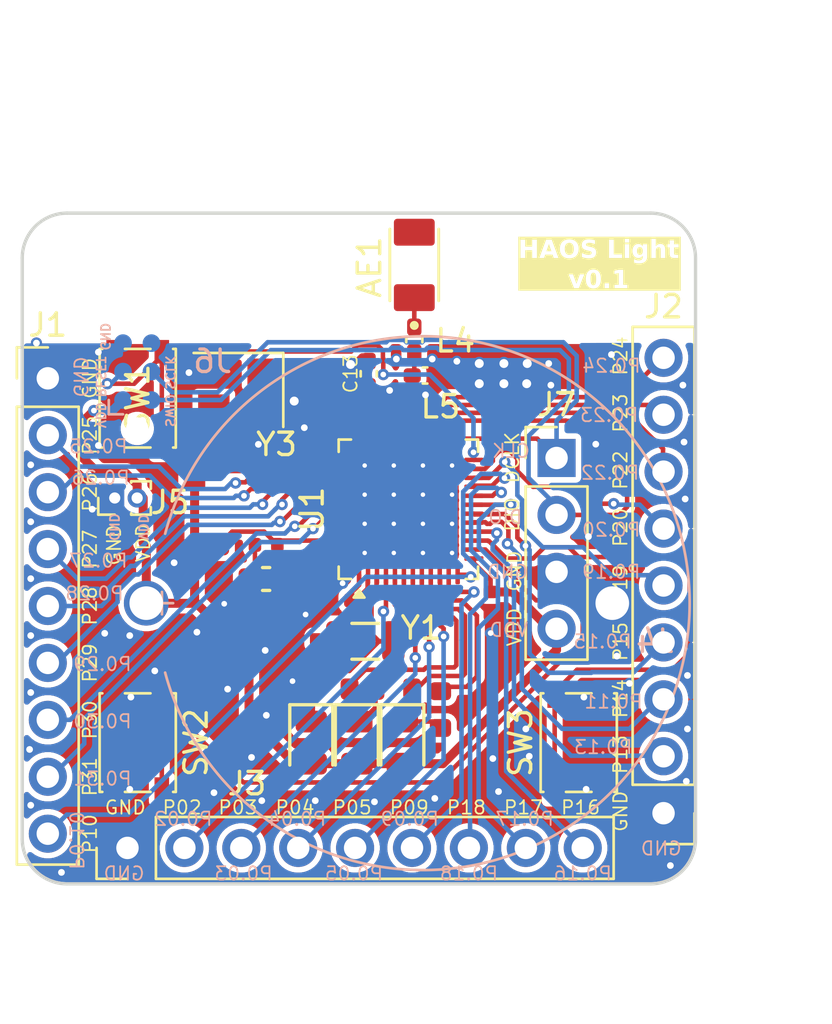
<source format=kicad_pcb>
(kicad_pcb (version 20241229) (generator "pcbnew") (generator_version "9.0")
  (title_block (title "HAOS_Light_Switch_BLE") (date "2026-01-18") (rev "R0.1"))
  (layers (0 "F.Cu" signal) (2 "B.Cu" signal) (13 "F.Paste" user) (15 "B.Paste" user) (5 "F.SilkS" user "F.Silkscreen") (7 "B.SilkS" user "B.Silkscreen") (1 "F.Mask" user) (3 "B.Mask" user) (25 "Edge.Cuts" user))
  (net 0 "")
  (net 1 "GND")
  (net 2 "VDD")
  (net 3 "Net-(D1-Pad1)")
  (net 4 "Net-(D2-Pad1)")
  (net 5 "/P0.09")
  (net 6 "/P0.10")
  (net 7 "/P0.05")
  (net 8 "/P0.04")
  (net 9 "/P0.03")
  (net 10 "/P0.02")
  (net 11 "/P0.20")
  (net 12 "/P0.16")
  (net 13 "/P0.15")
  (net 14 "/P0.14")
  (net 15 "/P0.13")
  (net 16 "/P0.12")
  (net 17 "/P0.11")
  (net 18 "/RESET")
  (net 19 "/P0.24")
  (net 20 "/P0.25")
  (net 21 "/P0.26")
  (net 22 "/P0.23")
  (net 23 "/P0.22")
  (net 24 "/P0.29")
  (net 25 "/P0.30")
  (net 26 "/P0.31")
  (net 27 "/P0.28")
  (net 28 "/P0.27")
  (net 29 "/SWDCLK")
  (net 30 "/SWDIO")
  (net 31 "Net-(D3-Pad1)")
  (net 32 "/GREEN")
  (net 33 "/RED")
  (net 34 "Net-(U1-XC2)")
  (net 35 "Net-(U1-XC1)")
  (net 36 "Net-(U1-P0.00{slash}XL1)")
  (net 37 "Net-(U1-P0.01{slash}XL2)")
  (net 38 "Net-(U1-DEC1)")
  (net 39 "Net-(U1-DEC4)")
  (net 40 "Net-(U1-DEC3)")
  (net 41 "Net-(U1-DEC2)")
  (net 42 "Net-(U1-ANT)")
  (net 43 "Net-(L1-Pad2)")
  (net 44 "Net-(AE1-Pad1)")
  (net 45 "/WHITE")
  (net 46 "Net-(U1-DCC)")
  (net 48 "/P0.17")
  (net 49 "/P0.19")
  (net 50 "/P0.18")
  (net 51 "Net-(C3-Pad2)")
  (footprint "Package_DFN_QFN:QFN-48-1EP_6x6mm_P0.4mm_EP4.4x4.4mm_ThermalVias" (layer "F.Cu") (at 180.736 117.602 90)
    (property "Reference" "U1")
    (property "Value" "nrf52832")
  )
  (footprint "Inductor_SMD:L_0402_1005Metric_Pad0.77x0.64mm_HandSolder" (layer "F.Cu") (at 181.481 111.633 180)
    (property "Reference" "L5")
    (property "Value" "2.7uH")
  )
  (footprint "PCM_JLCPCB:D_0805" (layer "F.Cu") (at 178.435 128.016 -90)
    (property "Reference" "D1" (hide yes))
    (property "Value" "White")
  )
  (footprint "Connector_PinHeader_2.54mm:PinHeader_1x09_P2.54mm_Vertical" (layer "F.Cu") (at 164.6428 111.76)
    (property "Reference" "J1")
    (property "Value" "GPIO")
  )
  (footprint "PCM_JLCPCB:C_0402" (layer "F.Cu") (at 180.7464 113.0808 90)
    (property "Reference" "C3" (hide yes))
    (property "Value" "1pF")
  )
  (footprint "PCM_JLCPCB:C_0402" (layer "F.Cu") (at 177.6476 121.666)
    (property "Reference" "C7" (hide yes))
    (property "Value" "100nF")
  )
  (footprint "PCM_JLCPCB:C_0402" (layer "F.Cu") (at 177.165 113.792 180)
    (property "Reference" "C11" (hide yes))
    (property "Value" "100nF")
  )
  (footprint "PCM_JLCPCB:C_0402" (layer "F.Cu") (at 184.404 121.793 90)
    (property "Reference" "C9" (hide yes))
    (property "Value" "100nF")
  )
  (footprint "Connector_PinHeader_2.54mm:PinHeader_1x04_P2.54mm_Vertical" (layer "F.Cu") (at 187.3504 115.316)
    (property "Reference" "J7")
    (property "Value" "SWD")
  )
  (footprint "PCM_JLCPCB:C_0402" (layer "F.Cu") (at 176.0728 124.5108)
    (property "Reference" "C6" (hide yes))
    (property "Value" "12pF")
  )
  (footprint "PCM_JLCPCB:C_0402" (layer "F.Cu") (at 172.847 114.952 180)
    (property "Reference" "C1" (hide yes))
    (property "Value" "12pF")
  )
  (footprint "Inductor_SMD:L_0402_1005Metric_Pad0.77x0.64mm_HandSolder" (layer "F.Cu") (at 181.0004 110.0465 90)
    (property "Reference" "L4")
    (property "Value" "3.9uH")
  )
  (footprint "PCM_JLCPCB:C_0402" (layer "F.Cu") (at 176.153 111.754 90)
    (property "Reference" "C2" (hide yes))
    (property "Value" "12pF")
  )
  (footprint "Capacitor_SMD:C_0402_1005Metric_Pad0.74x0.62mm_HandSolder" (layer "F.Cu") (at 178.9684 111.5568 -90)
    (property "Reference" "C13")
    (property "Value" "NC")
  )
  (footprint "PCM_JLCPCB:C_0402" (layer "F.Cu") (at 177.353 111.754 90)
    (property "Reference" "C12" (hide yes))
    (property "Value" "100pF")
  )
  (footprint "PCM_JLCPCB:C_0402" (layer "F.Cu") (at 176.1236 123.444)
    (property "Reference" "C5" (hide yes))
    (property "Value" "12pF")
  )
  (footprint "Button_Switch_SMD:SW_SPST_PTS810" (layer "F.Cu") (at 168.656 128.016 -90)
    (property "Reference" "SW2")
    (property "Value" "SW_Push")
  )
  (footprint "PCM_JLCPCB:D_0805" (layer "F.Cu") (at 180.467 128.016 -90)
    (property "Reference" "D2" (hide yes))
    (property "Value" "Green")
  )
  (footprint "PCM_JLCPCB:C_0603" (layer "F.Cu") (at 174.403 122.354 180)
    (property "Reference" "C8" (hide yes))
    (property "Value" "4.7uF")
  )
  (footprint "PCM_JLCPCB:R_0603" (layer "F.Cu") (at 180.086 125.6284)
    (property "Reference" "R2" (hide yes))
    (property "Value" "10Ω")
  )
  (footprint "Button_Switch_SMD:SW_SPST_PTS810" (layer "F.Cu") (at 188.341 128.016 90)
    (property "Reference" "SW3")
    (property "Value" "SW_Push")
  )
  (footprint "PCM_JLCPCB:C_0603" (layer "F.Cu") (at 172.2628 119.9896 -90)
    (property "Reference" "C10" (hide yes))
    (property "Value" "1uF")
  )
  (footprint "Connector_PinHeader_1.00mm:PinHeader_1x02_P1.00mm_Vertical" (layer "F.Cu") (at 167.63 117.1 90)
    (property "Reference" "J5")
    (property "Value" "PWR")
  )
  (footprint "PCM_JLCPCB:L_0603" (layer "F.Cu") (at 174.388 120.715)
    (property "Reference" "L2" (hide yes))
    (property "Value" "10uH,3mA")
  )
  (footprint "PCM_JLCPCB:L_0402" (layer "F.Cu") (at 174.388 119.191 180)
    (property "Reference" "L1" (hide yes))
    (property "Value" "15nH,300mA")
  )
  (footprint "PCM_JLCPCB:R_0603" (layer "F.Cu") (at 177.292 125.6284)
    (property "Reference" "R4" (hide yes))
    (property "Value" "33Ω")
  )
  (footprint "Connector_PinHeader_2.54mm:PinHeader_1x09_P2.54mm_Vertical" (layer "F.Cu") (at 192.1256 131.1656 180)
    (property "Reference" "J2")
    (property "Value" "GPIO")
  )
  (footprint "Connector_PinHeader_2.54mm:PinHeader_1x09_P2.54mm_Vertical" (layer "F.Cu") (at 168.1988 132.715 90)
    (property "Reference" "J3")
    (property "Value" "GPIO")
  )
  (footprint "Button_Switch_SMD:SW_SPST_PTS810" (layer "F.Cu") (at 168.656 112.649 -90)
    (property "Reference" "SW1")
    (property "Value" "SW_Push")
  )
  (footprint "PCM_JLCPCB:R_0603" (layer "F.Cu") (at 171.196 115.57 90)
    (property "Reference" "R1" (hide yes))
    (property "Value" "10kΩ")
  )
  (footprint "Crystal:Crystal_SMD_Abracon_ABM8AIG-4Pin_3.2x2.5mm" (layer "F.Cu") (at 173.153 112.279 180)
    (property "Reference" "Y3")
    (property "Value" "ABM8-32.000MHZ-B2-T3")
  )
  (footprint "PCM_JLCPCB:D_0805" (layer "F.Cu") (at 176.403 128.016 -90)
    (property "Reference" "D3" (hide yes))
    (property "Value" "Red")
  )
  (footprint "PCM_JLCPCB:FC-135R_L3.2-W1.5" (layer "F.Cu") (at 178.816 123.4948 180)
    (property "Reference" "Y1")
    (property "Value" "Q13FC1350000400" (hide yes))
  )
  (footprint "PCM_JLCPCB:R_0603" (layer "F.Cu") (at 182.1688 126.5428 90)
    (property "Reference" "R3" (hide yes))
    (property "Value" "10Ω")
  )
  (footprint "Footprints:ANTC3216X140N" (layer "F.Cu") (at 181 106.7 90)
    (property "Reference" "AE1")
    (property "Value" "2450AT18A100E")
  )
  (footprint "Connector:Tag-Connect_TC2030-IDC-NL_2x03_P1.27mm_Vertical" (layer "B.Cu") (at 168.635 111.46 90)
    (property "Reference" "J6")
    (property "Value" "Conn_ARM_SWD_TagConnect_TC2030-NL")
  )
  (footprint "Battery:BatteryHolder_MYOUNG_BS-07-A1BJ001_CR2032" (layer "B.Cu") (at 189.837 121.793 180)
    (property "Reference" "J4")
    (property "Value" "Battery_CR2032")
  )
  (gr_arc (start 191.553 104.39) (mid 192.967214 104.975786) (end 193.553 106.39) (stroke (width 0.15)) (layer "Edge.Cuts"))
  (gr_line (start 191.553 104.39) (end 165.503 104.39) (stroke (width 0.15)) (layer "Edge.Cuts"))
  (gr_arc (start 193.553 132.318) (mid 192.967214 133.732214) (end 191.553 134.318) (stroke (width 0.15)) (layer "Edge.Cuts"))
  (gr_line (start 193.553 132.318) (end 193.553 106.39) (stroke (width 0.15)) (layer "Edge.Cuts"))
  (gr_line (start 165.503 134.318) (end 191.553 134.318) (stroke (width 0.15)) (layer "Edge.Cuts"))
  (gr_arc (start 163.503 106.39) (mid 164.088786 104.975786) (end 165.503 104.39) (stroke (width 0.15)) (layer "Edge.Cuts"))
  (gr_arc (start 165.503 134.318) (mid 164.088786 133.732214) (end 163.503 132.318) (stroke (width 0.15)) (layer "Edge.Cuts"))
  (gr_line (start 163.503 106.39) (end 163.503 132.318) (stroke (width 0.15)) (layer "Edge.Cuts"))
  (gr_text "HAOS Light\nv0.1" (at 189.23 106.7308 0) (layer "F.SilkS" knockout) (effects (font (size 0.8 0.8) (thickness 0.2) (bold yes))))
  (gr_text "GND" (at 167.6 119.2 90) (layer "F.SilkS") (effects (font (size 0.6 0.6) (thickness 0.08))))
  (gr_text "P28" (at 166.5224 121.92 90) (layer "F.SilkS") (effects (font (size 0.6 0.6) (thickness 0.08))))
  (gr_text "P13" (at 190.203 128.548242 90) (layer "F.SilkS") (effects (font (size 0.6 0.6) (thickness 0.08))))
  (gr_text "P14" (at 190.203 126.056457 90) (layer "F.SilkS") (effects (font (size 0.6 0.6) (thickness 0.08))))
  (gr_text "P18" (at 183.3247 130.9116 0) (layer "F.SilkS") (effects (font (size 0.6 0.6) (thickness 0.08))))
  (gr_text "DIO" (at 185.3708 117.841 90) (layer "F.SilkS") (effects (font (size 0.6 0.6) (thickness 0.08))))
  (gr_text "P23" (at 190.203 113.311814 90) (layer "F.SilkS") (effects (font (size 0.6 0.6) (thickness 0.08))))
  (gr_text "P09" (at 180.775771 130.9116 0) (layer "F.SilkS") (effects (font (size 0.6 0.6) (thickness 0.08))))
  (gr_text "VDD" (at 185.4708 122.86 90) (layer "F.SilkS") (effects (font (size 0.6 0.6) (thickness 0.08))))
  (gr_text "P19" (at 190.203 120.9586 90) (layer "F.SilkS") (effects (font (size 0.6 0.6) (thickness 0.08))))
  (gr_text "GND" (at 166.5224 111.76 90) (layer "F.SilkS") (effects (font (size 0.6 0.6) (thickness 0.08))))
  (gr_text "GND" (at 190.203 131.082885 90) (layer "F.SilkS") (effects (font (size 0.6 0.6) (thickness 0.08))))
  (gr_text "P30" (at 166.5224 127 90) (layer "F.SilkS") (effects (font (size 0.6 0.6) (thickness 0.08))))
  (gr_text "P10" (at 166.5224 132.08 90) (layer "F.SilkS") (effects (font (size 0.6 0.6) (thickness 0.08))))
  (gr_text "DCLK" (at 185.3708 115.301 90) (layer "F.SilkS") (effects (font (size 0.6 0.6) (thickness 0.08))))
  (gr_text "P05" (at 178.226842 130.9116 0) (layer "F.SilkS") (effects (font (size 0.6 0.6) (thickness 0.08))))
  (gr_text "P25" (at 166.5224 114.3 90) (layer "F.SilkS") (effects (font (size 0.6 0.6) (thickness 0.08))))
  (gr_text "VDD" (at 168.9 119.1 90) (layer "F.SilkS") (effects (font (size 0.6 0.6) (thickness 0.08))))
  (gr_text "P02" (at 170.6372 130.9116 0) (layer "F.SilkS") (effects (font (size 0.6 0.6) (thickness 0.08))))
  (gr_text "P15" (at 190.203 123.507528 90) (layer "F.SilkS") (effects (font (size 0.6 0.6) (thickness 0.08))))
  (gr_text "P29" (at 166.5224 124.46 90) (layer "F.SilkS") (effects (font (size 0.6 0.6) (thickness 0.08))))
  (gr_text "GND" (at 185.4708 120.36 90) (layer "F.SilkS") (effects (font (size 0.6 0.6) (thickness 0.08))))
  (gr_text "P03" (at 173.128985 130.9116 0) (layer "F.SilkS") (effects (font (size 0.6 0.6) (thickness 0.08))))
  (gr_text "P22" (at 190.203 115.860742 90) (layer "F.SilkS") (effects (font (size 0.6 0.6) (thickness 0.08))))
  (gr_text "P26" (at 166.5224 116.84 90) (layer "F.SilkS") (effects (font (size 0.6 0.6) (thickness 0.08))))
  (gr_text "P24" (at 190.203 110.762885 90) (layer "F.SilkS") (effects (font (size 0.6 0.6) (thickness 0.08))))
  (gr_text "P20" (at 190.203 118.409671 90) (layer "F.SilkS") (effects (font (size 0.6 0.6) (thickness 0.08))))
  (gr_text "P27" (at 166.5224 119.38 90) (layer "F.SilkS") (effects (font (size 0.6 0.6) (thickness 0.08))))
  (gr_text "GND" (at 168.102557 130.9116 0) (layer "F.SilkS") (effects (font (size 0.6 0.6) (thickness 0.08))))
  (gr_text "P04" (at 175.677914 130.9116 0) (layer "F.SilkS") (effects (font (size 0.6 0.6) (thickness 0.08))))
  (gr_text "P31" (at 166.5224 129.54 90) (layer "F.SilkS") (effects (font (size 0.6 0.6) (thickness 0.08))))
  (gr_text "P17" (at 185.873628 130.9116 0) (layer "F.SilkS") (effects (font (size 0.6 0.6) (thickness 0.08))))
  (gr_text "P16" (at 188.422557 130.9116 0) (layer "F.SilkS") (effects (font (size 0.6 0.6) (thickness 0.08))))
  (gr_text "P0.30" (at 167.0812 127.06985 0) (layer "B.SilkS") (effects (font (size 0.6 0.6) (thickness 0.08)) (justify mirror)))
  (gr_text "P0.13" (at 189.4332 128.2192 0) (layer "B.SilkS") (effects (font (size 0.6 0.6) (thickness 0.08)) (justify mirror)))
  (gr_text "P0.11" (at 189.8904 126.1872 0) (layer "B.SilkS") (effects (font (size 0.6 0.6) (thickness 0.08)) (justify mirror)))
  (gr_text "SWIO" (at 170.1 113.2 270) (layer "B.SilkS") (effects (font (size 0.4 0.4) (thickness 0.08)) (justify mirror)))
  (gr_text "P0.24" (at 189.8 111.2 0) (layer "B.SilkS") (effects (font (size 0.6 0.6) (thickness 0.08)) (justify mirror)))
  (gr_text "RESET" (at 167 111.7 270) (layer "B.SilkS") (effects (font (size 0.4 0.4) (thickness 0.08)) (justify mirror)))
  (gr_text "P0.04" (at 175.768 131.4196 0) (layer "B.SilkS") (effects (font (size 0.6 0.6) (thickness 0.08)) (justify mirror)))
  (gr_text "VDD" (at 167 113.4 270) (layer "B.SilkS") (effects (font (size 0.4 0.4) (thickness 0.08)) (justify mirror)))
  (gr_text "VDD" (at 168.9 118.4 270) (layer "B.SilkS") (effects (font (size 0.4 0.4) (thickness 0.08)) (justify mirror)))
  (gr_text "P0.28" (at 166.7256 121.3612 0) (layer "B.SilkS") (effects (font (size 0.6 0.6) (thickness 0.08)) (justify mirror)))
  (gr_text "SCLK" (at 170.1 111.5 270) (layer "B.SilkS") (effects (font (size 0.4 0.4) (thickness 0.08)) (justify mirror)))
  (gr_text "P0.15" (at 189.403 123.507332 0) (layer "B.SilkS") (effects (font (size 0.6 0.6) (thickness 0.08)) (justify mirror)))
  (gr_text "P0.16" (at 188.5188 133.858 0) (layer "B.SilkS") (effects (font (size 0.6 0.6) (thickness 0.08)) (justify mirror)))
  (gr_text "P0.29" (at 167.0812 124.513975 0) (layer "B.SilkS") (effects (font (size 0.6 0.6) (thickness 0.08)) (justify mirror)))
  (gr_text "P0.17" (at 185.928 131.4196 0) (layer "B.SilkS") (effects (font (size 0.6 0.6) (thickness 0.08)) (justify mirror)))
  (gr_text "GND" (at 166.1 111.7 270) (layer "B.SilkS") (effects (font (size 0.6 0.6) (thickness 0.08)) (justify mirror)))
  (gr_text "P0.20" (at 189.7888 118.5164 0) (layer "B.SilkS") (effects (font (size 0.6 0.6) (thickness 0.08)) (justify mirror)))
  (gr_text "P0.22" (at 189.738 115.9764 0) (layer "B.SilkS") (effects (font (size 0.6 0.6) (thickness 0.08)) (justify mirror)))
  (gr_text "P0.31" (at 167.0812 129.625725 0) (layer "B.SilkS") (effects (font (size 0.6 0.6) (thickness 0.08)) (justify mirror)))
  (gr_text "GND" (at 168.0464 133.858 0) (layer "B.SilkS") (effects (font (size 0.6 0.6) (thickness 0.08)) (justify mirror)))
  (gr_text "GND" (at 167.6 118.4 270) (layer "B.SilkS") (effects (font (size 0.4 0.4) (thickness 0.08)) (justify mirror)))
  (gr_text "P0.23" (at 189.7 113.4 0) (layer "B.SilkS") (effects (font (size 0.6 0.6) (thickness 0.08)) (justify mirror)))
  (gr_text "P0.09" (at 180.7972 131.4196 0) (layer "B.SilkS") (effects (font (size 0.6 0.6) (thickness 0.08)) (justify mirror)))
  (gr_text "GND" (at 167.2 109.9 270) (layer "B.SilkS") (effects (font (size 0.4 0.4) (thickness 0.08)) (justify mirror)))
  (gr_text "P0.27" (at 166.9 119.9 0) (layer "B.SilkS") (effects (font (size 0.6 0.6) (thickness 0.08)) (justify mirror)))
  (gr_text "P0.19" (at 189.7888 120.396 0) (layer "B.SilkS") (effects (font (size 0.6 0.6) (thickness 0.08)) (justify mirror)))
  (gr_text "DIO" (at 185.0644 117.9576 0) (layer "B.SilkS") (effects (font (size 0.6 0.6) (thickness 0.08)) (justify mirror)))
  (gr_text "P0.26" (at 167 116.2 0) (layer "B.SilkS") (effects (font (size 0.6 0.6) (thickness 0.08)) (justify mirror)))
  (gr_text "GND" (at 192.024 132.7404 0) (layer "B.SilkS") (effects (font (size 0.6 0.6) (thickness 0.08)) (justify mirror)))
  (gr_text "GND" (at 185.166 120.396 0) (layer "B.SilkS") (effects (font (size 0.6 0.6) (thickness 0.08)) (justify mirror)))
  (gr_text "P0.03" (at 173.3804 133.858 0) (layer "B.SilkS") (effects (font (size 0.6 0.6) (thickness 0.08)) (justify mirror)))
  (gr_text "P0.05" (at 178.308 133.858 0) (layer "B.SilkS") (effects (font (size 0.6 0.6) (thickness 0.08)) (justify mirror)))
  (gr_text "P0.10" (at 165.9128 132.3848 270) (layer "B.SilkS") (effects (font (size 0.6 0.6) (thickness 0.08)) (justify mirror)))
  (gr_text "P0.02" (at 170.688 131.4196 0) (layer "B.SilkS") (effects (font (size 0.6 0.6) (thickness 0.08)) (justify mirror)))
  (gr_text "CLK" (at 185.3184 115 0) (layer "B.SilkS") (effects (font (size 0.6 0.6) (thickness 0.08)) (justify mirror)))
  (gr_text "P0.18" (at 183.4388 133.858 0) (layer "B.SilkS") (effects (font (size 0.6 0.6) (thickness 0.08)) (justify mirror)))
  (gr_text "VDD" (at 185.2168 122.9868 0) (layer "B.SilkS") (effects (font (size 0.6 0.6) (thickness 0.08)) (justify mirror)))
  (gr_text "P0.25" (at 166.9 114.8 0) (layer "B.SilkS") (effects (font (size 0.6 0.6) (thickness 0.08)) (justify mirror)))
  (segment (start 181.8 112.2) (end 182.0535 112.2) (width 0.2032) (layer "F.Cu") (net 1))
  (segment (start 188.5696 125.984) (end 189.373 125.984) (width 0.2032) (layer "F.Cu") (net 1))
  (segment (start 177.419 121.285) (end 177.8 120.904) (width 0.2032) (layer "F.Cu") (net 1))
  (segment (start 172.2628 121.5666) (end 172.2628 120.7696) (width 0.2032) (layer "F.Cu") (net 1))
  (segment (start 181.5 112.5) (end 181.8 112.2) (width 0.2032) (layer "F.Cu") (net 1))
  (segment (start 189.373 125.984) (end 189.416 125.941) (width 0.2032) (layer "F.Cu") (net 1))
  (segment (start 175.5728 124.5108) (end 175.5728 125.2648) (width 0.2032) (layer "F.Cu") (net 1))
  (segment (start 184.405932 123.12723) (end 184.405932 122.294932) (width 0.2032) (layer "F.Cu") (net 1))
  (segment (start 175.5728 125.2648) (end 175.5648 125.2728) (width 0.2032) (layer "F.Cu") (net 1))
  (segment (start 168.2926 130.091) (end 168.3004 130.0988) (width 0.2032) (layer "F.Cu") (net 1))
  (segment (start 175.338 113.079) (end 175.641 112.776) (width 0.2032) (layer "F.Cu") (net 1))
  (segment (start 176.153 112.254) (end 176.153 112.264) (width 0.2032) (layer "F.Cu") (net 1))
  (segment (start 179.736 118.602) (end 180.736 117.602) (width 0.2032) (layer "F.Cu") (net 1))
  (segment (start 167.5634 110.5916) (end 167.581 110.574) (width 0.2032) (layer "F.Cu") (net 1))
  (segment (start 175.6236 122.7946) (end 175.183 122.354) (width 0.2032) (layer "F.Cu") (net 1))
  (segment (start 189.4082 130.0988) (end 189.416 130.091) (width 0.2032) (layer "F.Cu") (net 1))
  (segment (start 180.536 114.677) (end 180.536 117.402) (width 0.2032) (layer "F.Cu") (net 1))
  (segment (start 177.1476 121.9374) (end 177.1476 121.666) (width 0.2032) (layer "F.Cu") (net 1))
  (segment (start 184.405932 122.294932) (end 184.404 122.293) (width 0.2032) (layer "F.Cu") (net 1))
  (segment (start 174.0408 114.8842) (end 173.973 114.952) (width 0.2032) (layer "F.Cu") (net 1))
  (segment (start 173.973 114.952) (end 173.347 114.952) (width 0.2032) (layer "F.Cu") (net 1))
  (segment (start 166.9 114.7572) (end 166.9332 114.724) (width 0.2032) (layer "F.Cu") (net 1))
  (segment (start 175.6236 123.444) (end 175.6236 122.7946) (width 0.2032) (layer "F.Cu") (net 1))
  (segment (start 180.536 117.402) (end 180.736 117.602) (width 0.2032) (layer "F.Cu") (net 1))
  (segment (start 176.493857 113.963143) (end 176.665 113.792) (width 0.2032) (layer "F.Cu") (net 1))
  (segment (start 174.253 113.079) (end 175.338 113.079) (width 0.2032) (layer "F.Cu") (net 1))
  (segment (start 176.153 112.264) (end 175.641 112.776) (width 0.2032) (layer "F.Cu") (net 1))
  (segment (start 177.1476 121.666) (end 177.419 121.3946) (width 0.2032) (layer "F.Cu") (net 1))
  (segment (start 174.0408 114.7064) (end 174.0408 114.8842) (width 0.2032) (layer "F.Cu") (net 1))
  (segment (start 188.6712 130.0988) (end 189.4082 130.0988) (width 0.2032) (layer "F.Cu") (net 1))
  (segment (start 167.581 125.941) (end 168.3082 125.941) (width 0.2032) (layer "F.Cu") (net 1))
  (segment (start 175.183 122.354) (end 176.096 122.354) (width 0.2032) (layer "F.Cu") (net 1))
  (segment (start 176.784 122.301) (end 177.1476 121.9374) (width 0.2032) (layer "F.Cu") (net 1))
  (segment (start 176.149 122.301) (end 176.784 122.301) (width 0.2032) (layer "F.Cu") (net 1))
  (segment (start 176.091543 113.963143) (end 176.493857 113.963143) (width 0.2032) (layer "F.Cu") (net 1))
  (segment (start 182.0535 112.2) (end 182.0535 111.633) (width 0.2032) (layer "F.Cu") (net 1))
  (segment (start 167.581 130.091) (end 168.2926 130.091) (width 0.2032) (layer "F.Cu") (net 1))
  (segment (start 166.9 110.5916) (end 167.5634 110.5916) (width 0.2032) (layer "F.Cu") (net 1))
  (segment (start 176.665 113.792) (end 176.657 113.792) (width 0.2032) (layer "F.Cu") (net 1))
  (segment (start 176.096 122.354) (end 176.149 122.301) (width 0.2032) (layer "F.Cu") (net 1))
  (segment (start 178.8159 111.1418) (end 178.9684 110.9893) (width 0.2032) (layer "F.Cu") (net 1))
  (segment (start 177.419 121.3946) (end 177.419 121.285) (width 0.2032) (layer "F.Cu") (net 1))
  (segment (start 168.3082 125.941) (end 168.3512 125.984) (width 0.2032) (layer "F.Cu") (net 1))
  (segment (start 172.5168 121.8206) (end 172.2628 121.5666) (width 0.2032) (layer "F.Cu") (net 1))
  (segment (start 178.1556 111.1418) (end 178.8159 111.1418) (width 0.2032) (layer "F.Cu") (net 1))
  (segment (start 166.9332 114.724) (end 167.581 114.724) (width 0.2032) (layer "F.Cu") (net 1))
  (segment (start 177.811 118.602) (end 179.736 118.602) (width 0.2032) (layer "F.Cu") (net 1))
  (via (at 174.3964 126.7968) (size 0.5) (drill 0.3) (layers "F.Cu" "B.Cu") (net 1))
  (via (at 184.405932 123.12723) (size 0.508) (drill 0.254) (layers "F.Cu" "B.Cu") (net 1))
  (via (at 165.2524 133.8072) (size 0.5) (drill 0.3) (layers "F.Cu" "B.Cu") (net 1))
  (via (at 186.0414 111.1) (size 0.6) (drill 0.4) (layers "F.Cu" "B.Cu") (net 1))
  (via (at 193.0908 117.1448) (size 0.5) (drill 0.3) (layers "F.Cu" "B.Cu") (net 1))
  (via (at 163.8808 115.6208) (size 0.5) (drill 0.3) (layers "F.Cu" "B.Cu") (net 1))
  (via (at 175.641 112.776) (size 0.6) (drill 0.4) (layers "F.Cu" "B.Cu") (net 1))
  (via (at 186.0172 112) (size 0.6) (drill 0.4) (layers "F.Cu" "B.Cu") (net 1))
  (via (at 176.5808 130.6068) (size 0.5) (drill 0.3) (layers "F.Cu" "B.Cu") (net 1))
  (via (at 166.624 117.602) (size 0.5) (drill 0.3) (layers "F.Cu" "B.Cu") (net 1))
  (via (at 175.5648 125.2728) (size 0.508) (drill 0.254) (layers "F.Cu" "B.Cu") (net 1))
  (via (at 192.9892 112.0648) (size 0.5) (drill 0.3) (layers "F.Cu" "B.Cu") (net 1))
  (via (at 178.1556 111.1418) (size 0.6) (drill 0.4) (layers "F.Cu" "B.Cu") (net 1))
  (via (at 163.8808 130.81) (size 0.5) (drill 0.3) (layers "F.Cu" "B.Cu") (net 1))
  (via (at 169.418 124.8156) (size 0.5) (drill 0.3) (layers "F.Cu" "B.Cu") (net 1))
  (via (at 163.8808 118.1608) (size 0.5) (drill 0.3) (layers "F.Cu" "B.Cu") (net 1))
  (via (at 190.6016 125.3744) (size 0.5) (drill 0.3) (layers "F.Cu" "B.Cu") (net 1))
  (via (at 192.4304 133.5024) (size 0.5) (drill 0.3) (layers "F.Cu" "B.Cu") (net 1))
  (via (at 179.9 112.3) (size 0.5) (drill 0.3) (layers "F.Cu" "B.Cu") (net 1))
  (via (at 164.1348 110.1852) (size 0.5) (drill 0.3) (layers "F.Cu" "B.Cu") (net 1))
  (via (at 166.9 114.7572) (size 0.5) (drill 0.3) (layers "F.Cu" "B.Cu") (net 1))
  (via (at 184.5056 128.7272) (size 0.5) (drill 0.3) (layers "F.Cu" "B.Cu") (net 1))
  (via (at 183.9 111.1) (size 0.6) (drill 0.4) (layers "F.Cu" "B.Cu") (net 1))
  (via (at 172.6692 125.6284) (size 0.5) (drill 0.3) (layers "F.Cu" "B.Cu") (net 1))
  (via (at 188.5696 125.984) (size 0.5) (drill 0.3) (layers "F.Cu" "B.Cu") (net 1))
  (via (at 168.3004 130.0988) (size 0.5) (drill 0.3) (layers "F.Cu" "B.Cu") (net 1))
  (via (at 186.1312 128.6256) (size 0.5) (drill 0.3) (layers "F.Cu" "B.Cu") (net 1))
  (via (at 167.1828 123.1392) (size 0.5) (drill 0.3) (layers "F.Cu" "B.Cu") (net 1))
  (via (at 173.736 128.6764) (size 0.5) (drill 0.3) (layers "F.Cu" "B.Cu") (net 1))
  (via (at 181.9148 130.5052) (size 0.5) (drill 0.3) (layers "F.Cu" "B.Cu") (net 1))
  (via (at 185.9788 127.4064) (size 0.5) (drill 0.3) (layers "F.Cu" "B.Cu") (net 1))
  (via (at 182.9 111) (size 0.5) (drill 0.3) (layers "F.Cu" "B.Cu") (net 1))
  (via (at 189.8 110.7) (size 0.5) (drill 0.3) (layers "F.Cu" "B.Cu") (net 1))
  (via (at 174.3456 123.9012) (size 0.5) (drill 0.3) (layers "F.Cu" "B.Cu") (net 1))
  (via (at 177.8 120.904) (size 0.508) (drill 0.254) (layers "F.Cu" "B.Cu") (net 1))
  (via (at 193.1924 125.0188) (size 0.5) (drill 0.3) (layers "F.Cu" "B.Cu") (net 1))
  (via (at 193.1416 129.7432) (size 0.5) (drill 0.3) (layers "F.Cu" "B.Cu") (net 1))
  (via (at 170.942 111.506) (size 0.5) (drill 0.3) (layers "F.Cu" "B.Cu") (net 1))
  (via (at 187 111.1) (size 0.5) (drill 0.3) (layers "F.Cu" "B.Cu") (net 1))
  (via (at 163.8808 123.2408) (size 0.5) (drill 0.3) (layers "F.Cu" "B.Cu") (net 1))
  (via (at 193.1924 127.4064) (size 0.5) (drill 0.3) (layers "F.Cu" "B.Cu") (net 1))
  (via (at 184.7596 130.2004) (size 0.5) (drill 0.3) (layers "F.Cu" "B.Cu") (net 1))
  (via (at 172.0596 130.2512) (size 0.5) (drill 0.3) (layers "F.Cu" "B.Cu") (net 1))
  (via (at 185 112) (size 0.6) (drill 0.4) (layers "F.Cu" "B.Cu") (net 1))
  (via (at 171.2976 123.0884) (size 0.5) (drill 0.3) (layers "F.Cu" "B.Cu") (net 1))
  (via (at 176.149 122.301) (size 0.508) (drill 0.254) (layers "F.Cu" "B.Cu") (net 1))
  (via (at 189.1 114.7) (size 0.5) (drill 0.3) (layers "F.Cu" "B.Cu") (net 1))
  (via (at 170.2816 119.9896) (size 0.5) (drill 0.3) (layers "F.Cu" "B.Cu") (net 1))
  (via (at 183.9 112) (size 0.6) (drill 0.4) (layers "F.Cu" "B.Cu") (net 1))
  (via (at 188.7728 118.8212) (size 0.5) (drill 0.3) (layers "F.Cu" "B.Cu") (net 1))
  (via (at 163.8808 125.7808) (size 0.5) (drill 0.3) (layers "F.Cu" "B.Cu") (net 1))
  (via (at 181.8 110.9) (size 0.5) (drill 0.3) (layers "F.Cu" "B.Cu") (net 1))
  (via (at 168.3512 125.984) (size 0.5) (drill 0.3) (layers "F.Cu" "B.Cu") (net 1))
  (via (at 176.091543 113.963143) (size 0.5) (drill 0.3) (layers "F.Cu" "B.Cu") (net 1))
  (via (at 188.6712 130.0988) (size 0.5) (drill 0.3) (layers "F.Cu" "B.Cu") (net 1))
  (via (at 166.9 110.5916) (size 0.5) (drill 0.3) (layers "F.Cu" "B.Cu") (net 1))
  (via (at 181.5 112.5) (size 0.5) (drill 0.3) (layers "F.Cu" "B.Cu") (net 1))
  (via (at 193.04 114.6048) (size 0.5) (drill 0.3) (layers "F.Cu" "B.Cu") (net 1))
  (via (at 163.83 128.3208) (size 0.5) (drill 0.3) (layers "F.Cu" "B.Cu") (net 1))
  (via (at 185 111.1) (size 0.6) (drill 0.4) (layers "F.Cu" "B.Cu") (net 1))
  (via (at 174.1932 130.6068) (size 0.5) (drill 0.3) (layers "F.Cu" "B.Cu") (net 1))
  (via (at 168.3004 123.2408) (size 0.5) (drill 0.3) (layers "F.Cu" "B.Cu") (net 1))
  (via (at 190.0428 124.1552) (size 0.5) (drill 0.3) (layers "F.Cu" "B.Cu") (net 1))
  (via (at 179.2224 130.6576) (size 0.5) (drill 0.3) (layers "F.Cu" "B.Cu") (net 1))
  (via (at 174.0408 114.7064) (size 0.5) (drill 0.3) (layers "F.Cu" "B.Cu") (net 1))
  (via (at 172.5168 121.8206) (size 0.508) (drill 0.254) (layers "F.Cu" "B.Cu") (net 1))
  (via (at 163.8808 120.7008) (size 0.5) (drill 0.3) (layers "F.Cu" "B.Cu") (net 1))
  (via (at 180.2 110.9) (size 0.5) (drill 0.3) (layers "F.Cu" "B.Cu") (net 1))
  (via (at 187.0964 112.0648) (size 0.5) (drill 0.3) (layers "F.Cu" "B.Cu") (net 1))
  (segment (start 166.1 115.2) (end 166.1 113.8) (width 0.4) (layer "F.Cu") (net 2))
  (segment (start 175.641 121.539) (end 176.3268 120.8532) (width 0.2032) (layer "F.Cu") (net 2))
  (segment (start 184.404 120.7516) (end 184.404 121.293) (width 0.2032) (layer "F.Cu") (net 2))
  (segment (start 185.383612 121.293) (end 184.404 121.293) (width 0.4) (layer "F.Cu") (net 2))
  (segment (start 171.2722 121.793) (end 171.8332 122.354) (width 0.2032) (layer "F.Cu") (net 2))
  (segment (start 176.9872 120.8532) (end 177.8 120.0404) (width 0.2032) (layer "F.Cu") (net 2))
  (segment (start 177.8 119.813) (end 177.811 119.802) (width 0.2032) (layer "F.Cu") (net 2))
  (segment (start 183.661 119.802) (end 183.661 120.0086) (width 0.2032) (layer "F.Cu") (net 2))
  (segment (start 171.279199 121.8) (end 171.932599 122.4534) (width 0.4) (layer "F.Cu") (net 2))
  (segment (start 182.276612 128.956) (end 187.3504 123.882212) (width 0.4) (layer "F.Cu") (net 2))
  (segment (start 178.536 114.274) (end 178.536 114.677) (width 0.2032) (layer "F.Cu") (net 2))
  (segment (start 176.003 128.754) (end 176.657 128.754) (width 0.2032) (layer "F.Cu") (net 2))
  (segment (start 177.665 113.792) (end 178.054 113.792) (width 0.2032) (layer "F.Cu") (net 2))
  (segment (start 187.3504 123.882212) (end 187.3504 122.936) (width 0.4) (layer "F.Cu") (net 2))
  (segment (start 173.623 126.912658) (end 173.623 122.354) (width 0.4) (layer "F.Cu") (net 2))
  (segment (start 171.8332 122.354) (end 173.623 122.354) (width 0.2032) (layer "F.Cu") (net 2))
  (segment (start 187.026612 122.936) (end 185.383612 121.293) (width 0.4) (layer "F.Cu") (net 2))
  (segment (start 171.279199 121.8) (end 171.196 121.716801) (width 0.4) (layer "F.Cu") (net 2))
  (segment (start 178.054 113.792) (end 178.536 114.274) (width 0.2032) (layer "F.Cu") (net 2))
  (segment (start 173.569 122.3) (end 173.623 122.354) (width 0.4) (layer "F.Cu") (net 2))
  (segment (start 173.937275 115.797669) (end 175.143001 114.591943) (width 0.4) (layer "F.Cu") (net 2))
  (segment (start 166.1 113.8) (end 166.7 113.2) (width 0.4) (layer "F.Cu") (net 2))
  (segment (start 168.13104 116) (end 166.9 116) (width 0.4) (layer "F.Cu") (net 2))
  (segment (start 176.3268 120.8532) (end 176.9872 120.8532) (width 0.2032) (layer "F.Cu") (net 2))
  (segment (start 180.467 128.956) (end 182.276612 128.956) (width 0.4) (layer "F.Cu") (net 2))
  (segment (start 177.8 120.0404) (end 177.8 119.813) (width 0.2032) (layer "F.Cu") (net 2))
  (segment (start 176.403 128.956) (end 175.666342 128.956) (width 0.4) (layer "F.Cu") (net 2))
  (segment (start 171.196 116.39) (end 171.788331 115.797669) (width 0.4) (layer "F.Cu") (net 2))
  (segment (start 178.435 128.956) (end 180.467 128.956) (width 0.4) (layer "F.Cu") (net 2))
  (segment (start 171.196 121.716801) (end 171.196 116.39) (width 0.4) (layer "F.Cu") (net 2))
  (segment (start 168.63 117.1) (end 168.63 116.49896) (width 0.4) (layer "F.Cu") (net 2))
  (segment (start 175.143001 114.591943) (end 177.175056 114.591943) (width 0.4) (layer "F.Cu") (net 2))
  (segment (start 183.661 120.0086) (end 184.404 120.7516) (width 0.2032) (layer "F.Cu") (net 2))
  (segment (start 168.63 116.49896) (end 168.13104 116) (width 0.4) (layer "F.Cu") (net 2))
  (segment (start 187.3504 122.936) (end 187.026612 122.936) (width 0.4) (layer "F.Cu") (net 2))
  (segment (start 168.9 119.1) (end 169.037 119.237) (width 0.4) (layer "F.Cu") (net 2))
  (segment (start 172.932315 122.3) (end 173.569 122.3) (width 0.4) (layer "F.Cu") (net 2))
  (segment (start 173.623 122.354) (end 174.438 121.539) (width 0.2032) (layer "F.Cu") (net 2))
  (segment (start 169.037 119.237) (end 169.037 121.793) (width 0.4) (layer "F.Cu") (net 2))
  (segment (start 175.666342 128.956) (end 173.623 126.912658) (width 0.4) (layer "F.Cu") (net 2))
  (segment (start 176.403 128.956) (end 178.435 128.956) (width 0.4) (layer "F.Cu") (net 2))
  (segment (start 168.9 117.1) (end 168.9 119.1) (width 0.4) (layer "F.Cu") (net 2))
  (segment (start 171.788331 115.797669) (end 173.937275 115.797669) (width 0.4) (layer "F.Cu") (net 2))
  (segment (start 171.932599 122.4534) (end 172.778915 122.4534) (width 0.4) (layer "F.Cu") (net 2))
  (segment (start 169.037 121.793) (end 169.044 121.8) (width 0.4) (layer "F.Cu") (net 2))
  (segment (start 174.438 121.539) (end 175.641 121.539) (width 0.2032) (layer "F.Cu") (net 2))
  (segment (start 177.175056 114.591943) (end 177.665 114.101999) (width 0.4) (layer "F.Cu") (net 2))
  (segment (start 171.8332 122.354) (end 171.196 121.7168) (width 0.2032) (layer "F.Cu") (net 2))
  (segment (start 166.9 116) (end 166.1 115.2) (width 0.4) (layer "F.Cu") (net 2))
  (segment (start 169.044 121.8) (end 171.279199 121.8) (width 0.4) (layer "F.Cu") (net 2))
  (segment (start 177.665 114.101999) (end 177.665 113.792) (width 0.4) (layer "F.Cu") (net 2))
  (segment (start 172.778915 122.4534) (end 172.932315 122.3) (width 0.4) (layer "F.Cu") (net 2))
  (via (at 166.7 113.2) (size 0.508) (drill 0.254) (layers "F.Cu" "B.Cu") (net 2))
  (segment (start 166.7 113.2) (end 167.53 113.2) (width 0.4) (layer "B.Cu") (net 2))
  (segment (start 167.53 113.2) (end 168 112.73) (width 0.4) (layer "B.Cu") (net 2))
  (segment (start 179.266 126.4484) (end 178.6384 127.076) (width 0.2032) (layer "F.Cu") (net 3))
  (segment (start 178.6384 127.076) (end 178.435 127.076) (width 0.2032) (layer "F.Cu") (net 3))
  (segment (start 179.266 125.6284) (end 179.266 126.4484) (width 0.2032) (layer "F.Cu") (net 3))
  (segment (start 178.054 126.695) (end 178.435 127.076) (width 0.2032) (layer "F.Cu") (net 3))
  (segment (start 182.1 127.076) (end 182.1688 127.1448) (width 0.2032) (layer "F.Cu") (net 4))
  (segment (start 182.1688 127.1448) (end 182.1688 127.3628) (width 0.2032) (layer "F.Cu") (net 4))
  (segment (start 180.467 127.076) (end 182.1 127.076) (width 0.2032) (layer "F.Cu") (net 4))
  (segment (start 182.536 121.020642) (end 182.536 120.527) (width 0.2032) (layer "F.Cu") (net 5))
  (segment (start 183.662201 121.29142) (end 182.806778 121.29142) (width 0.2032) (layer "F.Cu") (net 5))
  (segment (start 182.806778 121.29142) (end 182.536 121.020642) (width 0.2032) (layer "F.Cu") (net 5))
  (via (at 183.662201 121.29142) (size 0.508) (drill 0.254) (layers "F.Cu" "B.Cu") (net 5))
  (segment (start 183.1076 130.5062) (end 180.8988 132.715) (width 0.2032) (layer "B.Cu") (net 5))
  (segment (start 183.662201 121.29142) (end 183.107599 121.846022) (width 0.2032) (layer "B.Cu") (net 5))
  (segment (start 183.1076 123.444) (end 183.1076 130.5062) (width 0.2032) (layer "B.Cu") (net 5))
  (segment (start 183.107599 121.846022) (end 183.1076 123.444) (width 0.2032) (layer "B.Cu") (net 5))
  (segment (start 183.425058 120.527) (end 183.518829 120.620771) (width 0.2032) (layer "F.Cu") (net 6))
  (segment (start 182.936 120.527) (end 183.425058 120.527) (width 0.2032) (layer "F.Cu") (net 6))
  (via (at 183.518829 120.620771) (size 0.508) (drill 0.254) (layers "F.Cu" "B.Cu") (net 6))
  (segment (start 183.518829 120.620771) (end 178.838985 120.620771) (width 0.2032) (layer "B.Cu") (net 6))
  (segment (start 178.838985 120.620771) (end 168.229756 131.23) (width 0.2032) (layer "B.Cu") (net 6))
  (segment (start 165.4928 131.23) (end 164.6428 132.08) (width 0.2032) (layer "B.Cu") (net 6))
  (segment (start 168.229756 131.23) (end 165.4928 131.23) (width 0.2032) (layer "B.Cu") (net 6))
  (segment (start 180.936 121.5508) (end 180.954 121.5688) (width 0.2032) (layer "F.Cu") (net 7))
  (segment (start 180.954 121.60103) (end 181.21377 121.8608) (width 0.2032) (layer "F.Cu") (net 7))
  (segment (start 180.936 120.527) (end 180.936 121.5508) (width 0.2032) (layer "F.Cu") (net 7))
  (segment (start 182.308914 122.923714) (end 182.308914 123.279314) (width 0.2032) (layer "F.Cu") (net 7))
  (segment (start 181.215238 121.8608) (end 182.173862 122.819423) (width 0.2032) (layer "F.Cu") (net 7))
  (segment (start 182.173862 122.819423) (end 182.204623 122.819423) (width 0.2032) (layer "F.Cu") (net 7))
  (segment (start 182.204623 122.819423) (end 182.308914 122.923714) (width 0.2032) (layer "F.Cu") (net 7))
  (segment (start 181.21377 121.8608) (end 181.215238 121.8608) (width 0.2032) (layer "F.Cu") (net 7))
  (segment (start 180.954 121.5688) (end 180.954 121.60103) (width 0.2032) (layer "F.Cu") (net 7))
  (via (at 182.308914 123.279314) (size 0.508) (drill 0.254) (layers "F.Cu" "B.Cu") (net 7))
  (segment (start 178.3588 132.715) (end 182.308914 128.764886) (width 0.2032) (layer "B.Cu") (net 7))
  (segment (start 182.308914 128.764886) (end 182.308914 123.279314) (width 0.2032) (layer "B.Cu") (net 7))
  (segment (start 180.536 121.72817) (end 181.6608 122.85297) (width 0.2032) (layer "F.Cu") (net 8))
  (segment (start 180.536 120.527) (end 180.536 121.72817) (width 0.2032) (layer "F.Cu") (net 8))
  (segment (start 181.6608 122.85297) (end 181.6608 123.7488) (width 0.2032) (layer "F.Cu") (net 8))
  (via (at 181.6608 123.7488) (size 0.508) (drill 0.254) (layers "F.Cu" "B.Cu") (net 8))
  (segment (start 181.6608 126.873) (end 175.8188 132.715) (width 0.2032) (layer "B.Cu") (net 8))
  (segment (start 181.6608 123.7488) (end 181.6608 126.873) (width 0.2032) (layer "B.Cu") (net 8))
  (segment (start 181.044129 124.2314) (end 181.044129 122.776529) (width 0.2032) (layer "F.Cu") (net 9))
  (segment (start 180.136 121.8684) (end 180.136 120.527) (width 0.2032) (layer "F.Cu") (net 9))
  (segment (start 181.044129 122.776529) (end 180.136 121.8684) (width 0.2032) (layer "F.Cu") (net 9))
  (via (at 181.044129 124.2314) (size 0.508) (drill 0.254) (layers "F.Cu" "B.Cu") (net 9))
  (segment (start 181.044129 124.2314) (end 181.044129 124.949671) (width 0.2032) (layer "B.Cu") (net 9))
  (segment (start 181.044129 124.949671) (end 173.2788 132.715) (width 0.2032) (layer "B.Cu") (net 9))
  (segment (start 179.6234 122.140473) (end 179.736 122.027873) (width 0.2032) (layer "F.Cu") (net 10))
  (segment (start 179.6234 122.163) (end 179.6234 122.140473) (width 0.2032) (layer "F.Cu") (net 10))
  (segment (start 179.736 122.027873) (end 179.736 120.527) (width 0.2032) (layer "F.Cu") (net 10))
  (via (at 179.6234 122.163) (size 0.508) (drill 0.254) (layers "F.Cu" "B.Cu") (net 10))
  (segment (start 179.6234 122.163) (end 179.6234 123.8304) (width 0.2032) (layer "B.Cu") (net 10))
  (segment (start 179.6234 123.8304) (end 170.7388 132.715) (width 0.2032) (layer "B.Cu") (net 10))
  (segment (start 188.5 116.6) (end 186.3 116.6) (width 0.2032) (layer "F.Cu") (net 11))
  (segment (start 184.154642 115.802) (end 183.661 115.802) (width 0.2032) (layer "F.Cu") (net 11))
  (segment (start 184.829395 114.993651) (end 184.8142 115.008846) (width 0.2032) (layer "F.Cu") (net 11))
  (segment (start 185.6 115.348716) (end 185.244935 114.993651) (width 0.2032) (layer "F.Cu") (net 11))
  (segment (start 184.5056 115.2944) (end 184.5056 115.451042) (width 0.2032) (layer "F.Cu") (net 11))
  (segment (start 189.9 117.3554) (end 189.2554 117.3554) (width 0.2032) (layer "F.Cu") (net 11))
  (segment (start 185.6 115.9) (end 185.6 115.348716) (width 0.2032) (layer "F.Cu") (net 11))
  (segment (start 184.5056 115.451042) (end 184.154642 115.802) (width 0.2032) (layer "F.Cu") (net 11))
  (segment (start 184.8142 115.008846) (end 184.8142 114.9858) (width 0.2032) (layer "F.Cu") (net 11))
  (segment (start 186.3 116.6) (end 185.6 115.9) (width 0.2032) (layer "F.Cu") (net 11))
  (segment (start 185.244935 114.993651) (end 184.829395 114.993651) (width 0.2032) (layer "F.Cu") (net 11))
  (segment (start 184.8142 114.9858) (end 184.5056 115.2944) (width 0.2032) (layer "F.Cu") (net 11))
  (segment (start 189.2554 117.3554) (end 188.5 116.6) (width 0.2032) (layer "F.Cu") (net 11))
  (via (at 189.9 117.3554) (size 0.508) (drill 0.254) (layers "F.Cu" "B.Cu") (net 11))
  (segment (start 191.06 117.4) (end 192.1256 118.4656) (width 0.2032) (layer "B.Cu") (net 11))
  (segment (start 189.9 117.3554) (end 189.9446 117.4) (width 0.2032) (layer "B.Cu") (net 11))
  (segment (start 189.9446 117.4) (end 191.06 117.4) (width 0.2032) (layer "B.Cu") (net 11))
  (segment (start 185.296796 117.402) (end 183.661 117.402) (width 0.2032) (layer "F.Cu") (net 12))
  (segment (start 185.305576 117.39322) (end 185.296796 117.402) (width 0.2032) (layer "F.Cu") (net 12))
  (via (at 185.305576 117.39322) (size 0.508) (drill 0.254) (layers "F.Cu" "B.Cu") (net 12))
  (segment (start 183.882 118.118) (end 183.882 119.288156) (width 0.2032) (layer "B.Cu") (net 12))
  (segment (start 185.1 129.2962) (end 188.5188 132.715) (width 0.2032) (layer "B.Cu") (net 12))
  (segment (start 184.6 117.4) (end 183.882 118.118) (width 0.2032) (layer "B.Cu") (net 12))
  (segment (start 185.1 120.506156) (end 185.1 129.2962) (width 0.2032) (layer "B.Cu") (net 12))
  (segment (start 185.305576 117.39322) (end 185.298796 117.4) (width 0.2032) (layer "B.Cu") (net 12))
  (segment (start 183.882 119.288156) (end 185.1 120.506156) (width 0.2032) (layer "B.Cu") (net 12))
  (segment (start 185.298796 117.4) (end 184.6 117.4) (width 0.2032) (layer "B.Cu") (net 12))
  (segment (start 184.314972 117.8332) (end 183.6922 117.8332) (width 0.2032) (layer "F.Cu") (net 13))
  (segment (start 184.332372 117.8158) (end 184.314972 117.8332) (width 0.2032) (layer "F.Cu") (net 13))
  (segment (start 185.6 118.872444) (end 185.6 118.378601) (width 0.2032) (layer "F.Cu") (net 13))
  (segment (start 185.037198 117.8158) (end 184.332372 117.8158) (width 0.2032) (layer "F.Cu") (net 13))
  (segment (start 185.963071 119.236929) (end 185.660693 118.934551) (width 0.2032) (layer "F.Cu") (net 13))
  (segment (start 185.660693 118.933137) (end 185.6 118.872444) (width 0.2032) (layer "F.Cu") (net 13))
  (segment (start 185.6 118.378601) (end 185.037198 117.8158) (width 0.2032) (layer "F.Cu") (net 13))
  (segment (start 185.660693 118.934551) (end 185.660693 118.933137) (width 0.2032) (layer "F.Cu") (net 13))
  (segment (start 183.6922 117.8332) (end 183.661 117.802) (width 0.2032) (layer "F.Cu") (net 13))
  (via (at 185.963071 119.236929) (size 0.508) (drill 0.254) (layers "F.Cu" "B.Cu") (net 13))
  (segment (start 185.963071 119.236929) (end 186.1476 119.421458) (width 0.2032) (layer "B.Cu") (net 13))
  (segment (start 186.1476 119.421458) (end 186.1476 124.0476) (width 0.2032) (layer "B.Cu") (net 13))
  (segment (start 186.1476 124.0476) (end 187 124.9) (width 0.2032) (layer "B.Cu") (net 13))
  (segment (start 188.9282 124.8718) (end 190.7994 124.8718) (width 0.2032) (layer "B.Cu") (net 13))
  (segment (start 188.9 124.9) (end 188.9282 124.8718) (width 0.2032) (layer "B.Cu") (net 13))
  (segment (start 187 124.9) (end 188.9 124.9) (width 0.2032) (layer "B.Cu") (net 13))
  (segment (start 190.7994 124.8718) (end 192.1256 123.5456) (width 0.2032) (layer "B.Cu") (net 13))
  (segment (start 183.678999 118.184001) (end 183.661 118.202) (width 0.2032) (layer "F.Cu") (net 14))
  (segment (start 184.477015 118.165) (end 184.389214 118.2528) (width 0.2032) (layer "F.Cu") (net 14))
  (segment (start 185.2 118.5) (end 185.186385 118.486385) (width 0.2032) (layer "F.Cu") (net 14))
  (segment (start 184.244642 118.2528) (end 184.174242 118.1824) (width 0.2032) (layer "F.Cu") (net 14))
  (segment (start 185.186385 118.486385) (end 185.186385 118.45883) (width 0.2032) (layer "F.Cu") (net 14))
  (segment (start 184.892555 118.165) (end 184.477015 118.165) (width 0.2032) (layer "F.Cu") (net 14))
  (segment (start 185.159093 119.140907) (end 185.2 119.1) (width 0.2032) (layer "F.Cu") (net 14))
  (segment (start 183.82083 118.1824) (end 183.819229 118.184001) (width 0.2032) (layer "F.Cu") (net 14))
  (segment (start 185.2 119.1) (end 185.2 118.5) (width 0.2032) (layer "F.Cu") (net 14))
  (segment (start 184.174242 118.1824) (end 183.82083 118.1824) (width 0.2032) (layer "F.Cu") (net 14))
  (segment (start 185.186385 118.45883) (end 184.892555 118.165) (width 0.2032) (layer "F.Cu") (net 14))
  (segment (start 184.389214 118.2528) (end 184.244642 118.2528) (width 0.2032) (layer "F.Cu") (net 14))
  (segment (start 183.819229 118.184001) (end 183.678999 118.184001) (width 0.2032) (layer "F.Cu") (net 14))
  (via (at 185.159093 119.140907) (size 0.508) (drill 0.254) (layers "F.Cu" "B.Cu") (net 14))
  (segment (start 190.6 127.4) (end 191.9144 126.0856) (width 0.2032) (layer "B.Cu") (net 14))
  (segment (start 187.6 127.4) (end 190.6 127.4) (width 0.2032) (layer "B.Cu") (net 14))
  (segment (start 185.7 119.681814) (end 185.7 120.118469) (width 0.2032) (layer "B.Cu") (net 14))
  (segment (start 185.7 120.118469) (end 185.7984 120.216868) (width 0.2032) (layer "B.Cu") (net 14))
  (segment (start 191.9144 126.0856) (end 192.1256 126.0856) (width 0.2032) (layer "B.Cu") (net 14))
  (segment (start 185.7984 125.5984) (end 187.6 127.4) (width 0.2032) (layer "B.Cu") (net 14))
  (segment (start 185.7984 120.216868) (end 185.7984 125.5984) (width 0.2032) (layer "B.Cu") (net 14))
  (segment (start 185.159093 119.140907) (end 185.7 119.681814) (width 0.2032) (layer "B.Cu") (net 14))
  (segment (start 184.684785 118.6666) (end 184.620185 118.602) (width 0.2032) (layer "F.Cu") (net 15))
  (segment (start 184.620185 118.602) (end 183.661 118.602) (width 0.2032) (layer "F.Cu") (net 15))
  (via (at 184.684785 118.6666) (size 0.508) (drill 0.254) (layers "F.Cu" "B.Cu") (net 15))
  (segment (start 185.4492 126.0492) (end 188 128.6) (width 0.2032) (layer "B.Cu") (net 15))
  (segment (start 184.684785 118.977416) (end 184.5 119.162201) (width 0.2032) (layer "B.Cu") (net 15))
  (segment (start 192.1 128.6) (end 192.1256 128.6256) (width 0.2032) (layer "B.Cu") (net 15))
  (segment (start 184.684785 118.6666) (end 184.684785 118.977416) (width 0.2032) (layer "B.Cu") (net 15))
  (segment (start 184.5 119.162201) (end 184.5 119.412312) (width 0.2032) (layer "B.Cu") (net 15))
  (segment (start 188 128.6) (end 192.1 128.6) (width 0.2032) (layer "B.Cu") (net 15))
  (segment (start 185.4492 120.361512) (end 185.4492 126.0492) (width 0.2032) (layer "B.Cu") (net 15))
  (segment (start 184.5 119.412312) (end 185.4492 120.361512) (width 0.2032) (layer "B.Cu") (net 15))
  (segment (start 193.294 120.4468) (end 192.5828 119.7356) (width 0.2032) (layer "F.Cu") (net 16))
  (segment (start 188.3356 119.7356) (end 187.8984 119.2984) (width 0.2032) (layer "F.Cu") (net 16))
  (segment (start 187.266 125.7636) (end 188.2648 124.7648) (width 0.2032) (layer "F.Cu") (net 16))
  (segment (start 187.266 125.941) (end 187.266 125.7636) (width 0.2032) (layer "F.Cu") (net 16))
  (segment (start 193.294 124.0028) (end 193.294 120.4468) (width 0.2032) (layer "F.Cu") (net 16))
  (segment (start 187.266 130.091) (end 187.266 125.941) (width 0.2032) (layer "F.Cu") (net 16))
  (segment (start 186.3 119.8) (end 185.11023 119.8) (width 0.2032) (layer "F.Cu") (net 16))
  (segment (start 184.330229 119.019999) (end 184.298 119.02) (width 0.2032) (layer "F.Cu") (net 16))
  (segment (start 184.298 119.02) (end 184.28 119.002) (width 0.2032) (layer "F.Cu") (net 16))
  (segment (start 186.8016 119.2984) (end 186.3 119.8) (width 0.2032) (layer "F.Cu") (net 16))
  (segment (start 188.2648 124.7648) (end 192.532 124.7648) (width 0.2032) (layer "F.Cu") (net 16))
  (segment (start 184.28 119.002) (end 183.661 119.002) (width 0.2032) (layer "F.Cu") (net 16))
  (segment (start 192.5828 119.7356) (end 188.3356 119.7356) (width 0.2032) (layer "F.Cu") (net 16))
  (segment (start 187.8984 119.2984) (end 186.8016 119.2984) (width 0.2032) (layer "F.Cu") (net 16))
  (segment (start 185.11023 119.8) (end 184.330229 119.019999) (width 0.2032) (layer "F.Cu") (net 16))
  (segment (start 192.532 124.7648) (end 193.294 124.0028) (width 0.2032) (layer "F.Cu") (net 16))
  (segment (start 184.139782 119.402005) (end 184.139778 119.402001) (width 0.2032) (layer "F.Cu") (net 17))
  (segment (start 184.172004 119.402004) (end 184.139782 119.402005) (width 0.2032) (layer "F.Cu") (net 17))
  (segment (start 187.780628 121.666) (end 186.436 121.666) (width 0.2032) (layer "F.Cu") (net 17))
  (segment (start 187.8456 124.0664) (end 187.920228 124.0664) (width 0.2032) (layer "F.Cu") (net 17))
  (segment (start 187.920228 124.0664) (end 188.5188 123.467828) (width 0.2032) (layer "F.Cu") (net 17))
  (segment (start 169.731 126.1446) (end 173.3804 129.794) (width 0.2032) (layer "F.Cu") (net 17))
  (segment (start 182.118 129.794) (end 187.8456 124.0664) (width 0.2032) (layer "F.Cu") (net 17))
  (segment (start 188.5188 122.404172) (end 187.780628 121.666) (width 0.2032) (layer "F.Cu") (net 17))
  (segment (start 169.731 125.941) (end 169.731 126.1446) (width 0.2032) (layer "F.Cu") (net 17))
  (segment (start 186.436 121.666) (end 184.172004 119.402004) (width 0.2032) (layer "F.Cu") (net 17))
  (segment (start 169.731 130.091) (end 169.731 125.941) (width 0.2032) (layer "F.Cu") (net 17))
  (segment (start 184.139778 119.402001) (end 183.661 119.402) (width 0.2032) (layer "F.Cu") (net 17))
  (segment (start 173.3804 129.794) (end 182.118 129.794) (width 0.2032) (layer "F.Cu") (net 17))
  (segment (start 188.5188 123.467828) (end 188.5188 122.404172) (width 0.2032) (layer "F.Cu") (net 17))
  (segment (start 169.731 110.769) (end 168.5 112) (width 0.2032) (layer "F.Cu") (net 18))
  (segment (start 183.661 115.402) (end 183.661 115.081) (width 0.2032) (layer "F.Cu") (net 18))
  (segment (start 179.615143 111.591532) (end 179.615143 110.875047) (width 0.2032) (layer "F.Cu") (net 18))
  (segment (start 183.642 115.383) (end 183.661 115.402) (width 0.2032) (layer "F.Cu") (net 18))
  (segment (start 183.661 115.081) (end 183.642 115.062) (width 0.2032) (layer "F.Cu") (net 18))
  (segment (start 169.731 114.724) (end 169.731 110.574) (width 0.2032) (layer "F.Cu") (net 18))
  (segment (start 169.7844 110.6274) (end 169.731 110.574) (width 0.2032) (layer "F.Cu") (net 18))
  (segment (start 168.5 112) (end 167.3 112) (width 0.2032) (layer "F.Cu") (net 18))
  (segment (start 179.6 110.859904) (end 179.6 110.519505) (width 0.2032) (layer "F.Cu") (net 18))
  (segment (start 178.4604 110.2868) (end 178.1848 110.5624) (width 0.2032) (layer "F.Cu") (net 18))
  (segment (start 169.731 114.724) (end 171.17 114.724) (width 0.2032) (layer "F.Cu") (net 18))
  (segment (start 178.1848 110.5624) (end 171.1376 110.5624) (width 0.2032) (layer "F.Cu") (net 18))
  (segment (start 171.17 114.724) (end 171.196 114.75) (width 0.2032) (layer "F.Cu") (net 18))
  (segment (start 169.731 110.574) (end 169.731 110.769) (width 0.2032) (layer "F.Cu") (net 18))
  (segment (start 171.0726 110.6274) (end 169.7844 110.6274) (width 0.2032) (layer "F.Cu") (net 18))
  (segment (start 179.615143 110.875047) (end 179.6 110.859904) (width 0.2032) (layer "F.Cu") (net 18))
  (segment (start 179.367295 110.2868) (end 178.4604 110.2868) (width 0.2032) (layer "F.Cu") (net 18))
  (segment (start 171.1376 110.5624) (end 171.0726 110.6274) (width 0.2032) (layer "F.Cu") (net 18))
  (segment (start 179.6 110.519505) (end 179.367295 110.2868) (width 0.2032) (layer "F.Cu") (net 18))
  (via (at 183.642 115.062) (size 0.508) (drill 0.254) (layers "F.Cu" "B.Cu") (net 18))
  (via (at 179.615143 111.591532) (size 0.508) (drill 0.254) (layers "F.Cu" "B.Cu") (net 18))
  (via (at 167.3 112) (size 0.508) (drill 0.254) (layers "F.Cu" "B.Cu") (net 18))
  (segment (start 179.615143 111.591532) (end 181.695532 111.591532) (width 0.2032) (layer "B.Cu") (net 18))
  (segment (start 167.3 112) (end 167.46 112) (width 0.2032) (layer "B.Cu") (net 18))
  (segment (start 183.642 113.538) (end 183.642 115.062) (width 0.2032) (layer "B.Cu") (net 18))
  (segment (start 181.695532 111.591532) (end 183.642 113.538) (width 0.2032) (layer "B.Cu") (net 18))
  (segment (start 167.46 112) (end 168 111.46) (width 0.2032) (layer "B.Cu") (net 18))
  (segment (start 181.336 114.677) (end 181.336 113.812) (width 0.2032) (layer "F.Cu") (net 19))
  (segment (start 181.353999 113.794001) (end 181.353999 113.6805) (width 0.2032) (layer "F.Cu") (net 19))
  (segment (start 181.353999 113.6805) (end 182.434499 112.6) (width 0.2032) (layer "F.Cu") (net 19))
  (segment (start 182.434499 112.6) (end 190.325 112.6) (width 0.2032) (layer "F.Cu") (net 19))
  (segment (start 190.325 112.6) (end 192.103 110.822) (width 0.2032) (layer "F.Cu") (net 19))
  (segment (start 181.336 113.812) (end 181.353999 113.794001) (width 0.2032) (layer "F.Cu") (net 19))
  (segment (start 173.052325 116.4) (end 173.462369 116.4) (width 0.2032) (layer "F.Cu") (net 20))
  (segment (start 173.021856 116.430469) (end 173.052325 116.4) (width 0.2032) (layer "F.Cu") (net 20))
  (segment (start 175.012332 115.402) (end 177.811 115.402) (width 0.2032) (layer "F.Cu") (net 20))
  (segment (start 173.54437 116.317999) (end 174.096332 116.318) (width 0.2032) (layer "F.Cu") (net 20))
  (segment (start 174.096332 116.318) (end 175.012332 115.402) (width 0.2032) (layer "F.Cu") (net 20))
  (segment (start 173.462369 116.4) (end 173.54437 116.317999) (width 0.2032) (layer "F.Cu") (net 20))
  (via (at 173.021856 116.430469) (size 0.508) (drill 0.254) (layers "F.Cu" "B.Cu") (net 20))
  (segment (start 170.6 116.7) (end 169.6 115.7) (width 0.2032) (layer "B.Cu") (net 20))
  (segment (start 172.554138 116.7) (end 170.6 116.7) (width 0.2032) (layer "B.Cu") (net 20))
  (segment (start 169.6 115.7) (end 166.0428 115.7) (width 0.2032) (layer "B.Cu") (net 20))
  (segment (start 172.823669 116.430469) (end 172.554138 116.7) (width 0.2032) (layer "B.Cu") (net 20))
  (segment (start 166.0428 115.7) (end 164.6428 114.3) (width 0.2032) (layer "B.Cu") (net 20))
  (segment (start 173.021856 116.430469) (end 172.823669 116.430469) (width 0.2032) (layer "B.Cu") (net 20))
  (segment (start 175.152562 115.802) (end 177.811 115.802) (width 0.2032) (layer "F.Cu") (net 21))
  (segment (start 174.254562 116.7) (end 175.152562 115.802) (width 0.2032) (layer "F.Cu") (net 21))
  (segment (start 173.702599 116.7) (end 174.254562 116.7) (width 0.2032) (layer "F.Cu") (net 21))
  (segment (start 173.4 117.002599) (end 173.702599 116.7) (width 0.2032) (layer "F.Cu") (net 21))
  (via (at 173.4 117.002599) (size 0.508) (drill 0.254) (layers "F.Cu" "B.Cu") (net 21))
  (segment (start 169.2 116.1) (end 165.948957 116.1) (width 0.2032) (layer "B.Cu") (net 21))
  (segment (start 173.037711 117.002599) (end 172.94031 117.1) (width 0.2032) (layer "B.Cu") (net 21))
  (segment (start 172.94031 117.1) (end 170.2 117.1) (width 0.2032) (layer "B.Cu") (net 21))
  (segment (start 165.16 116.84) (end 164.6428 116.84) (width 0.2032) (layer "B.Cu") (net 21))
  (segment (start 165.924478 116.075522) (end 165.16 116.84) (width 0.2032) (layer "B.Cu") (net 21))
  (segment (start 165.948957 116.1) (end 165.924478 116.075522) (width 0.2032) (layer "B.Cu") (net 21))
  (segment (start 170.2 117.1) (end 169.2 116.1) (width 0.2032) (layer "B.Cu") (net 21))
  (segment (start 173.4 117.002599) (end 173.037711 117.002599) (width 0.2032) (layer "B.Cu") (net 21))
  (segment (start 181.736 114.677) (end 181.736 113.85554) (width 0.2032) (layer "F.Cu") (net 22))
  (segment (start 181.736 113.85554) (end 182.64234 112.9492) (width 0.2032) (layer "F.Cu") (net 22))
  (segment (start 182.64234 112.9492) (end 191.6902 112.9492) (width 0.2032) (layer "F.Cu") (net 22))
  (segment (start 191.6902 112.9492) (end 192.103 113.362) (width 0.2032) (layer "F.Cu") (net 22))
  (segment (start 191.028 113.840241) (end 191.670959 114.4832) (width 0.2032) (layer "F.Cu") (net 23))
  (segment (start 182.136 114.677) (end 182.136 113.99577) (width 0.2032) (layer "F.Cu") (net 23))
  (segment (start 182.136 113.99577) (end 182.83177 113.3) (width 0.2032) (layer "F.Cu") (net 23))
  (segment (start 190.5 113.3) (end 191.028 113.828) (width 0.2032) (layer "F.Cu") (net 23))
  (segment (start 191.6832 114.4832) (end 192.103 114.903) (width 0.2032) (layer "F.Cu") (net 23))
  (segment (start 192.103 114.903) (end 192.103 115.902) (width 0.2032) (layer "F.Cu") (net 23))
  (segment (start 191.670959 114.4832) (end 191.6832 114.4832) (width 0.2032) (layer "F.Cu") (net 23))
  (segment (start 182.83177 113.3) (end 190.5 113.3) (width 0.2032) (layer "F.Cu") (net 23))
  (segment (start 191.028 113.828) (end 191.028 113.840241) (width 0.2032) (layer "F.Cu") (net 23))
  (segment (start 176.239887 117.002) (end 177.811 117.002) (width 0.2032) (layer "F.Cu") (net 24))
  (segment (start 175.092132 118.149755) (end 176.239887 117.002) (width 0.2032) (layer "F.Cu") (net 24))
  (segment (start 175.00467 118.149755) (end 175.092132 118.149755) (width 0.2032) (layer "F.Cu") (net 24))
  (segment (start 175.00367 118.150755) (end 175.00467 118.149755) (width 0.2032) (layer "F.Cu") (net 24))
  (via (at 175.00367 118.150755) (size 0.508) (drill 0.254) (layers "F.Cu" "B.Cu") (net 24))
  (segment (start 165.04 124.46) (end 164.6428 124.46) (width 0.2032) (layer "B.Cu") (net 24))
  (segment (start 170.9 118.3) (end 168.6874 120.5126) (width 0.2032) (layer "B.Cu") (net 24))
  (segment (start 174.729849 118.2116) (end 174.641449 118.3) (width 0.2032) (layer "B.Cu") (net 24))
  (segment (start 174.641449 118.3) (end 170.9 118.3) (width 0.2032) (layer "B.Cu") (net 24))
  (segment (start 174.942732 118.2116) (end 174.729849 118.2116) (width 0.2032) (layer "B.Cu") (net 24))
  (segment (start 168.6874 120.5126) (end 168.50664 120.5126) (width 0.2032) (layer "B.Cu") (net 24))
  (segment (start 168.50664 120.5126) (end 167.7566 121.26264) (width 0.2032) (layer "B.Cu") (net 24))
  (segment (start 167.7566 121.7434) (end 165.04 124.46) (width 0.2032) (layer "B.Cu") (net 24))
  (segment (start 175.003577 118.150755) (end 174.942732 118.2116) (width 0.2032) (layer "B.Cu") (net 24))
  (segment (start 167.7566 121.26264) (end 167.7566 121.7434) (width 0.2032) (layer "B.Cu") (net 24))
  (segment (start 175.00367 118.150755) (end 175.003577 118.150755) (width 0.2032) (layer "B.Cu") (net 24))
  (segment (start 175.8188 118.364) (end 176.7808 117.402) (width 0.2032) (layer "F.Cu") (net 25))
  (segment (start 175.6664 118.364) (end 175.8188 118.364) (width 0.2032) (layer "F.Cu") (net 25))
  (segment (start 176.7808 117.402) (end 177.811 117.402) (width 0.2032) (layer "F.Cu") (net 25))
  (via (at 175.6664 118.364) (size 0.508) (drill 0.254) (layers "F.Cu" "B.Cu") (net 25))
  (segment (start 175.538977 118.371111) (end 175.225933 118.684155) (width 0.2032) (layer "B.Cu") (net 25))
  (segment (start 175.538977 118.364) (end 175.538977 118.371111) (width 0.2032) (layer "B.Cu") (net 25))
  (segment (start 175.225933 118.684155) (end 173.956604 118.684156) (width 0.2032) (layer "B.Cu") (net 25))
  (segment (start 165.64076 127) (end 164.6428 127) (width 0.2032) (layer "B.Cu") (net 25))
  (segment (start 175.6664 118.364) (end 175.538977 118.364) (width 0.2032) (layer "B.Cu") (net 25))
  (segment (start 173.956604 118.684156) (end 165.64076 127) (width 0.2032) (layer "B.Cu") (net 25))
  (segment (start 176.4792 118.4686) (end 176.527 118.4686) (width 0.2032) (layer "F.Cu") (net 26))
  (segment (start 177.1936 117.802) (end 177.811 117.802) (width 0.2032) (layer "F.Cu") (net 26))
  (segment (start 176.527 118.4686) (end 177.1936 117.802) (width 0.2032) (layer "F.Cu") (net 26))
  (via (at 176.4792 118.4686) (size 0.508) (drill 0.254) (layers "F.Cu" "B.Cu") (net 26))
  (segment (start 174.624991 119.066155) (end 174.62499 119.066156) (width 0.2032) (layer "B.Cu") (net 26))
  (segment (start 174.151444 119.066156) (end 166.2684 126.9492) (width 0.2032) (layer "B.Cu") (net 26))
  (segment (start 164.7952 129.54) (end 164.6428 129.54) (width 0.2032) (layer "B.Cu") (net 26))
  (segment (start 166.2684 128.0668) (end 164.7952 129.54) (width 0.2032) (layer "B.Cu") (net 26))
  (segment (start 176.4792 118.4686) (end 176.4762 118.4686) (width 0.2032) (layer "B.Cu") (net 26))
  (segment (start 175.878644 119.066156) (end 174.624991 119.066155) (width 0.2032) (layer "B.Cu") (net 26))
  (segment (start 166.2684 126.9492) (end 166.2684 128.0668) (width 0.2032) (layer "B.Cu") (net 26))
  (segment (start 176.4762 118.4686) (end 175.878644 119.066156) (width 0.2032) (layer "B.Cu") (net 26))
  (segment (start 174.62499 119.066156) (end 174.151444 119.066156) (width 0.2032) (layer "B.Cu") (net 26))
  (segment (start 175.67021 116.602) (end 177.811 116.602) (width 0.2032) (layer "F.Cu") (net 27))
  (segment (start 175.097558 117.174652) (end 175.67021 116.602) (width 0.2032) (layer "F.Cu") (net 27))
  (segment (start 175.097558 117.389987) (end 175.097558 117.174652) (width 0.2032) (layer "F.Cu") (net 27))
  (via (at 175.097558 117.389987) (size 0.508) (drill 0.254) (layers "F.Cu" "B.Cu") (net 27))
  (segment (start 168.348411 120.130599) (end 167.3746 121.10441) (width 0.2032) (layer "B.Cu") (net 27))
  (segment (start 167.03977 121.92) (end 164.6428 121.92) (width 0.2032) (layer "B.Cu") (net 27))
  (segment (start 167.3746 121.58517) (end 167.03977 121.92) (width 0.2032) (layer "B.Cu") (net 27))
  (segment (start 175.010013 117.389987) (end 174.783645 117.616355) (width 0.2032) (layer "B.Cu") (net 27))
  (segment (start 174.783645 117.616355) (end 174.782314 117.616355) (width 0.2032) (layer "B.Cu") (net 27))
  (segment (start 170.741771 117.917999) (end 168.529171 120.130599) (width 0.2032) (layer "B.Cu") (net 27))
  (segment (start 168.529171 120.130599) (end 168.348411 120.130599) (width 0.2032) (layer "B.Cu") (net 27))
  (segment (start 171.082 117.918) (end 171.081999 117.917999) (width 0.2032) (layer "B.Cu") (net 27))
  (segment (start 171.081999 117.917999) (end 170.741771 117.917999) (width 0.2032) (layer "B.Cu") (net 27))
  (segment (start 174.480669 117.918) (end 171.082 117.918) (width 0.2032) (layer "B.Cu") (net 27))
  (segment (start 175.097558 117.389987) (end 175.010013 117.389987) (width 0.2032) (layer "B.Cu") (net 27))
  (segment (start 167.3746 121.10441) (end 167.3746 121.58517) (width 0.2032) (layer "B.Cu") (net 27))
  (segment (start 174.782314 117.616355) (end 174.480669 117.918) (width 0.2032) (layer "B.Cu") (net 27))
  (segment (start 174.301777 117.310182) (end 174.301777 117.193015) (width 0.2032) (layer "F.Cu") (net 28))
  (segment (start 175.292792 116.202) (end 177.811 116.202) (width 0.2032) (layer "F.Cu") (net 28))
  (segment (start 174.301777 117.193015) (end 175.292792 116.202) (width 0.2032) (layer "F.Cu") (net 28))
  (segment (start 174.227359 117.3846) (end 174.301777 117.310182) (width 0.2032) (layer "F.Cu") (net 28))
  (via (at 174.227359 117.3846) (size 0.508) (drill 0.254) (layers "F.Cu" "B.Cu") (net 28))
  (segment (start 167.23878 120.7) (end 165.9628 120.7) (width 0.2032) (layer "B.Cu") (net 28))
  (segment (start 168.190182 119.748598) (end 167.23878 120.7) (width 0.2032) (layer "B.Cu") (net 28))
  (segment (start 173.809328 117.3846) (end 173.657928 117.536) (width 0.2032) (layer "B.Cu") (net 28))
  (segment (start 168.370941 119.748599) (end 168.190182 119.748598) (width 0.2032) (layer "B.Cu") (net 28))
  (segment (start 170.583542 117.535998) (end 168.370941 119.748599) (width 0.2032) (layer "B.Cu") (net 28))
  (segment (start 174.227359 117.3846) (end 173.809328 117.3846) (width 0.2032) (layer "B.Cu") (net 28))
  (segment (start 165.9628 120.7) (end 164.6428 119.38) (width 0.2032) (layer "B.Cu") (net 28))
  (segment (start 173.657928 117.536) (end 170.583542 117.535998) (width 0.2032) (layer "B.Cu") (net 28))
  (segment (start 182.936 114.4524) (end 182.936 114.677) (width 0.2032) (layer "F.Cu") (net 29))
  (segment (start 187.452 115.316) (end 187.3504 115.316) (width 0.2032) (layer "F.Cu") (net 29))
  (segment (start 187.3504 115.316) (end 186.4868 114.4524) (width 0.2032) (layer "F.Cu") (net 29))
  (segment (start 186.4868 114.4524) (end 182.936 114.4524) (width 0.2032) (layer "F.Cu") (net 29))
  (segment (start 187.655356 110.1508) (end 183.255427 110.1508) (width 0.2032) (layer "B.Cu") (net 29))
  (segment (start 179.847172 110.0482) (end 179.744572 110.1508) (width 0.2032) (layer "B.Cu") (net 29))
  (segment (start 183.255427 110.1508) (end 183.252827 110.1482) (width 0.2032) (layer "B.Cu") (net 29))
  (segment (start 182.255428 110.1508) (end 182.152827 110.0482) (width 0.2032) (layer "B.Cu") (net 29))
  (segment (start 187.3504 115.316) (end 187.3504 113.6496) (width 0.2032) (layer "B.Cu") (net 29))
  (segment (start 187.9 110.406156) (end 187.9 110.395444) (width 0.2032) (layer "B.Cu") (net 29))
  (segment (start 172.225356 112.3808) (end 170.1908 112.3808) (width 0.2032) (layer "B.Cu") (net 29))
  (segment (start 183.252827 110.1482) (end 182.547172 110.1482) (width 0.2032) (layer "B.Cu") (net 29))
  (segment (start 182.547172 110.1482) (end 182.544572 110.1508) (width 0.2032) (layer "B.Cu") (net 29))
  (segment (start 188.2492 110.755356) (end 187.9 110.406156) (width 0.2032) (layer "B.Cu") (net 29))
  (segment (start 182.544572 110.1508) (end 182.255428 110.1508) (width 0.2032) (layer "B.Cu") (net 29))
  (segment (start 170.1908 112.3808) (end 169.27 111.46) (width 0.2032) (layer "B.Cu") (net 29))
  (segment (start 180.655428 110.1508) (end 180.552827 110.0482) (width 0.2032) (layer "B.Cu") (net 29))
  (segment (start 174.455356 110.1508) (end 172.225356 112.3808) (width 0.2032) (layer "B.Cu") (net 29))
  (segment (start 182.152827 110.0482) (end 181.447172 110.0482) (width 0.2032) (layer "B.Cu") (net 29))
  (segment (start 187.9 110.395444) (end 187.655356 110.1508) (width 0.2032) (layer "B.Cu") (net 29))
  (segment (start 181.344572 110.1508) (end 180.655428 110.1508) (width 0.2032) (layer "B.Cu") (net 29))
  (segment (start 181.447172 110.0482) (end 181.344572 110.1508) (width 0.2032) (layer "B.Cu") (net 29))
  (segment (start 180.552827 110.0482) (end 179.847172 110.0482) (width 0.2032) (layer "B.Cu") (net 29))
  (segment (start 187.3504 113.6496) (end 188.2492 112.7508) (width 0.2032) (layer "B.Cu") (net 29))
  (segment (start 179.744572 110.1508) (end 174.455356 110.1508) (width 0.2032) (layer "B.Cu") (net 29))
  (segment (start 188.2492 112.7508) (end 188.2492 110.755356) (width 0.2032) (layer "B.Cu") (net 29))
  (segment (start 187.7694 113.6492) (end 187.7823 113.6621) (width 0.2032) (layer "F.Cu") (net 30))
  (segment (start 189.4621 113.6621) (end 190.5 114.7) (width 0.2032) (layer "F.Cu") (net 30))
  (segment (start 190.5 117.5) (end 190.144 117.856) (width 0.2032) (layer "F.Cu") (net 30))
  (segment (start 183.0228 113.6492) (end 187.7694 113.6492) (width 0.2032) (layer "F.Cu") (net 30))
  (segment (start 190.5 114.7) (end 190.5 117.5) (width 0.2032) (layer "F.Cu") (net 30))
  (segment (start 190.144 117.856) (end 187.452 117.856) (width 0.2032) (layer "F.Cu") (net 30))
  (segment (start 182.536 114.677) (end 182.536 114.136) (width 0.2032) (layer "F.Cu") (net 30))
  (segment (start 187.7823 113.6621) (end 189.4621 113.6621) (width 0.2032) (layer "F.Cu") (net 30))
  (segment (start 182.536 114.136) (end 183.0228 113.6492) (width 0.2032) (layer "F.Cu") (net 30))
  (segment (start 187.5 110.5) (end 183.110784 110.5) (width 0.2032) (layer "B.Cu") (net 30))
  (segment (start 180.510784 110.5) (end 180.408184 110.3974) (width 0.2032) (layer "B.Cu") (net 30))
  (segment (start 183.110784 110.5) (end 183.108184 110.4974) (width 0.2032) (layer "B.Cu") (net 30))
  (segment (start 174.6 110.5) (end 172.37 112.73) (width 0.2032) (layer "B.Cu") (net 30))
  (segment (start 183.108184 110.4974) (end 182.691816 110.4974) (width 0.2032) (layer "B.Cu") (net 30))
  (segment (start 186.1 114.335992) (end 187.9 112.535992) (width 0.2032) (layer "B.Cu") (net 30))
  (segment (start 187.9 110.9) (end 187.5 110.5) (width 0.2032) (layer "B.Cu") (net 30))
  (segment (start 187.9 112.535992) (end 187.9 110.9) (width 0.2032) (layer "B.Cu") (net 30))
  (segment (start 172.37 112.73) (end 169.27 112.73) (width 0.2032) (layer "B.Cu") (net 30))
  (segment (start 182.008184 110.3974) (end 181.591816 110.3974) (width 0.2032) (layer "B.Cu") (net 30))
  (segment (start 187.3504 117.856) (end 187.3504 117.4496) (width 0.2032) (layer "B.Cu") (net 30))
  (segment (start 187.3504 117.4496) (end 186.1 116.1992) (width 0.2032) (layer "B.Cu") (net 30))
  (segment (start 181.591816 110.3974) (end 181.489216 110.5) (width 0.2032) (layer "B.Cu") (net 30))
  (segment (start 179.991816 110.3974) (end 179.889216 110.5) (width 0.2032) (layer "B.Cu") (net 30))
  (segment (start 181.489216 110.5) (end 180.510784 110.5) (width 0.2032) (layer "B.Cu") (net 30))
  (segment (start 182.110784 110.5) (end 182.008184 110.3974) (width 0.2032) (layer "B.Cu") (net 30))
  (segment (start 182.691816 110.4974) (end 182.689216 110.5) (width 0.2032) (layer "B.Cu") (net 30))
  (segment (start 179.889216 110.5) (end 174.6 110.5) (width 0.2032) (layer "B.Cu") (net 30))
  (segment (start 180.408184 110.3974) (end 179.991816 110.3974) (width 0.2032) (layer "B.Cu") (net 30))
  (segment (start 186.1 116.1992) (end 186.1 114.335992) (width 0.2032) (layer "B.Cu") (net 30))
  (segment (start 182.689216 110.5) (end 182.110784 110.5) (width 0.2032) (layer "B.Cu") (net 30))
  (segment (start 176.472 125.6284) (end 176.472 127.007) (width 0.2032) (layer "F.Cu") (net 31))
  (segment (start 176.784 126.695) (end 176.403 127.076) (width 0.2032) (layer "F.Cu") (net 31))
  (segment (start 176.472 127.007) (end 176.403 127.076) (width 0.2032) (layer "F.Cu") (net 31))
  (segment (start 182.648548 121.67342) (end 182.153999 121.178871) (width 0.2032) (layer "F.Cu") (net 32))
  (segment (start 182.153999 121.178871) (end 182.154 120.7114) (width 0.2032) (layer "F.Cu") (net 32))
  (segment (start 182.3648 125.5268) (end 183.3372 125.5268) (width 0.2032) (layer "F.Cu") (net 32))
  (segment (start 183.7944 122.3518) (end 183.11602 121.67342) (width 0.2032) (layer "F.Cu") (net 32))
  (segment (start 183.7944 125.0696) (end 183.7944 122.3518) (width 0.2032) (layer "F.Cu") (net 32))
  (segment (start 182.154 120.7114) (end 182.136 120.6934) (width 0.2032) (layer "F.Cu") (net 32))
  (segment (start 183.11602 121.67342) (end 182.648548 121.67342) (width 0.2032) (layer "F.Cu") (net 32))
  (segment (start 182.1688 125.7228) (end 182.3648 125.5268) (width 0.2032) (layer "F.Cu") (net 32))
  (segment (start 183.3372 125.5268) (end 183.7944 125.0696) (width 0.2032) (layer "F.Cu") (net 32))
  (segment (start 182.136 120.6934) (end 182.136 120.527) (width 0.2032) (layer "F.Cu") (net 32))
  (segment (start 181.389998 121.49533) (end 181.389997 121.478799) (width 0.2032) (layer "F.Cu") (net 33))
  (segment (start 181.42537 124.7648) (end 181.45177 124.7384) (width 0.2032) (layer "F.Cu") (net 33))
  (segment (start 181.45177 124.7384) (end 181.453041 124.738399) (width 0.2032) (layer "F.Cu") (net 33))
  (segment (start 182.33209 122.437422) (end 181.389998 121.49533) (width 0.2032) (layer "F.Cu") (net 33))
  (segment (start 181.453041 124.738399) (end 181.531041 124.660399) (width 0.2032) (layer "F.Cu") (net 33))
  (segment (start 181.371999 121.478799) (end 181.336 121.4428) (width 0.2032) (layer "F.Cu") (net 33))
  (segment (start 181.389997 121.478799) (end 181.371999 121.478799) (width 0.2032) (layer "F.Cu") (net 33))
  (segment (start 182.878 122.5784) (end 182.73702 122.43742) (width 0.2032) (layer "F.Cu") (net 33))
  (segment (start 178.816 124.7648) (end 181.42537 124.7648) (width 0.2032) (layer "F.Cu") (net 33))
  (segment (start 178.112 125.4688) (end 178.816 124.7648) (width 0.2032) (layer "F.Cu") (net 33))
  (segment (start 178.112 125.6284) (end 178.112 125.4688) (width 0.2032) (layer "F.Cu") (net 33))
  (segment (start 182.781201 124.660399) (end 182.878 124.5636) (width 0.2032) (layer "F.Cu") (net 33))
  (segment (start 182.878 124.5636) (end 182.878 122.5784) (width 0.2032) (layer "F.Cu") (net 33))
  (segment (start 182.73702 122.43742) (end 182.33209 122.437422) (width 0.2032) (layer "F.Cu") (net 33))
  (segment (start 181.531041 124.660399) (end 182.781201 124.660399) (width 0.2032) (layer "F.Cu") (net 33))
  (segment (start 181.336 121.4428) (end 181.336 120.527) (width 0.2032) (layer "F.Cu") (net 33))
  (segment (start 176.1044 113.2016) (end 175.3108 113.9952) (width 0.2032) (layer "F.Cu") (net 34))
  (segment (start 175.3108 113.9952) (end 173.1264 113.9952) (width 0.2032) (layer "F.Cu") (net 34))
  (segment (start 178.936 114.13377) (end 178.00383 113.2016) (width 0.2032) (layer "F.Cu") (net 34))
  (segment (start 172.347 114.952) (end 172.347 114.562) (width 0.2032) (layer "F.Cu") (net 34))
  (segment (start 173.1264 113.9952) (end 172.2102 113.079) (width 0.2032) (layer "F.Cu") (net 34))
  (segment (start 172.2102 113.079) (end 172.053 113.079) (width 0.2032) (layer "F.Cu") (net 34))
  (segment (start 178.00383 113.2016) (end 176.1044 113.2016) (width 0.2032) (layer "F.Cu") (net 34))
  (segment (start 178.936 114.677) (end 178.936 114.13377) (width 0.2032) (layer "F.Cu") (net 34))
  (segment (start 172.347 114.562) (end 172.053 114.268) (width 0.2032) (layer "F.Cu") (net 34))
  (segment (start 172.053 114.268) (end 172.053 113.079) (width 0.2032) (layer "F.Cu") (net 34))
  (segment (start 176.7332 112.51207) (end 177.06233 112.8412) (width 0.16) (layer "F.Cu") (net 35))
  (segment (start 176.7332 111.8342) (end 176.7332 112.51207) (width 0.16) (layer "F.Cu") (net 35))
  (segment (start 174.478 111.254) (end 174.253 111.479) (width 0.16) (layer "F.Cu") (net 35))
  (segment (start 176.153 111.254) (end 176.7332 111.8342) (width 0.16) (layer "F.Cu") (net 35))
  (segment (start 178.153112 112.8412) (end 179.336 114.024088) (width 0.16) (layer "F.Cu") (net 35))
  (segment (start 177.06233 112.8412) (end 178.153112 112.8412) (width 0.16) (layer "F.Cu") (net 35))
  (segment (start 176.153 111.254) (end 174.478 111.254) (width 0.16) (layer "F.Cu") (net 35))
  (segment (start 179.336 114.024088) (end 179.336 114.677) (width 0.16) (layer "F.Cu") (net 35))
  (segment (start 178.918 120.545) (end 178.936 120.527) (width 0.2032) (layer "F.Cu") (net 36))
  (segment (start 178.708 123.1456) (end 178.708 121.34903) (width 0.2032) (layer "F.Cu") (net 36))
  (segment (start 176.6236 123.444) (end 178.4096 123.444) (width 0.2032) (layer "F.Cu") (net 36))
  (segment (start 178.708 121.34903) (end 178.918001 121.139029) (width 0.2032) (layer "F.Cu") (net 36))
  (segment (start 178.918001 121.139029) (end 178.918 120.545) (width 0.2032) (layer "F.Cu") (net 36))
  (segment (start 178.4096 123.444) (end 178.708 123.1456) (width 0.2032) (layer "F.Cu") (net 36))
  (segment (start 179.4256 123.4948) (end 180.1168 123.4948) (width 0.2032) (layer "F.Cu") (net 37))
  (segment (start 179.3164 121.040242) (end 179.300002 121.05664) (width 0.2032) (layer "F.Cu") (net 37))
  (segment (start 179.3164 120.68683) (end 179.3164 121.040242) (width 0.2032) (layer "F.Cu") (net 37))
  (segment (start 176.8776 124.8156) (end 178.1048 124.8156) (width 0.2032) (layer "F.Cu") (net 37))
  (segment (start 179.300001 121.297259) (end 179.09 121.50726) (width 0.2032) (layer "F.Cu") (net 37))
  (segment (start 179.300002 121.05664) (end 179.300001 121.297259) (width 0.2032) (layer "F.Cu") (net 37))
  (segment (start 179.09 121.50726) (end 179.09 123.1592) (width 0.2032) (layer "F.Cu") (net 37))
  (segment (start 179.318001 120.685229) (end 179.3164 120.68683) (width 0.2032) (layer "F.Cu") (net 37))
  (segment (start 179.4256 123.4948) (end 180.066 123.4948) (width 0.2032) (layer "F.Cu") (net 37))
  (segment (start 179.336 120.527) (end 179.318001 120.544999) (width 0.2032) (layer "F.Cu") (net 37))
  (segment (start 179.09 123.1592) (end 179.4256 123.4948) (width 0.2032) (layer "F.Cu") (net 37))
  (segment (start 179.318001 120.544999) (end 179.318001 120.685229) (width 0.2032) (layer "F.Cu") (net 37))
  (segment (start 176.5728 124.5108) (end 176.8776 124.8156) (width 0.2032) (layer "F.Cu") (net 37))
  (segment (start 178.1048 124.8156) (end 179.4256 123.4948) (width 0.2032) (layer "F.Cu") (net 37))
  (segment (start 178.1476 121.3692) (end 178.1476 121.666) (width 0.2032) (layer "F.Cu") (net 38))
  (segment (start 178.536 120.9808) (end 178.1476 121.3692) (width 0.2032) (layer "F.Cu") (net 38))
  (segment (start 178.536 120.527) (end 178.536 120.9808) (width 0.2032) (layer "F.Cu") (net 38))
  (segment (start 175.077 119.002) (end 174.888 119.191) (width 0.2032) (layer "F.Cu") (net 39))
  (segment (start 172.8718 118.6006) (end 172.2628 119.2096) (width 0.2032) (layer "F.Cu") (net 39))
  (segment (start 177.811 119.002) (end 175.077 119.002) (width 0.2032) (layer "F.Cu") (net 39))
  (segment (start 174.888 119.191) (end 174.2976 118.6006) (width 0.2032) (layer "F.Cu") (net 39))
  (segment (start 174.2976 118.6006) (end 172.8718 118.6006) (width 0.2032) (layer "F.Cu") (net 39))
  (segment (start 177.3796 112.254) (end 177.6064 112.4808) (width 0.2032) (layer "F.Cu") (net 40))
  (segment (start 177.353 112.254) (end 177.3796 112.254) (width 0.2032) (layer "F.Cu") (net 40))
  (segment (start 178.302394 112.4808) (end 179.736 113.914406) (width 0.2032) (layer "F.Cu") (net 40))
  (segment (start 177.6064 112.4808) (end 178.302394 112.4808) (width 0.2032) (layer "F.Cu") (net 40))
  (segment (start 179.736 113.914406) (end 179.736 114.677) (width 0.2032) (layer "F.Cu") (net 40))
  (segment (start 178.9684 112.606576) (end 180.136 113.774176) (width 0.2032) (layer "F.Cu") (net 41))
  (segment (start 178.9684 112.1243) (end 178.9684 112.606576) (width 0.2032) (layer "F.Cu") (net 41))
  (segment (start 180.136 113.774176) (end 180.136 114.677) (width 0.2032) (layer "F.Cu") (net 41))
  (segment (start 180.936 113.7704) (end 180.7464 113.5808) (width 0.2032) (layer "F.Cu") (net 42))
  (segment (start 180.936 114.677) (end 180.936 113.7704) (width 0.2032) (layer "F.Cu") (net 42))
  (segment (start 173.888 119.191) (end 173.888 120.425) (width 0.2032) (layer "F.Cu") (net 43))
  (segment (start 173.888 120.425) (end 173.598 120.715) (width 0.2032) (layer "F.Cu") (net 43))
  (segment (start 181.0004 108.1604) (end 181 108.16) (width 0.2032) (layer "F.Cu") (net 44))
  (segment (start 181.0004 109.474) (end 181.0004 108.1604) (width 0.2032) (layer "F.Cu") (net 44))
  (segment (start 181.68927 125.0424) (end 181.61127 125.1204) (width 0.2032) (layer "F.Cu") (net 45))
  (segment (start 183.26 124.9436) (end 183.1612 125.0424) (width 0.2032) (layer "F.Cu") (net 45))
  (segment (start 181.102 125.6284) (end 180.906 125.6284) (width 0.2032) (layer "F.Cu") (net 45))
  (segment (start 181.736 120.527) (end 181.736 121.284) (width 0.2032) (layer "F.Cu") (net 45))
  (segment (start 181.753999 121.301999) (end 181.771998 121.301999) (width 0.2032) (layer "F.Cu") (net 45))
  (segment (start 183.26 122.35763) (end 183.26 124.9436) (width 0.2032) (layer "F.Cu") (net 45))
  (segment (start 181.61127 125.1204) (end 181.61 125.1204) (width 0.2032) (layer "F.Cu") (net 45))
  (segment (start 181.61 125.1204) (end 181.102 125.6284) (width 0.2032) (layer "F.Cu") (net 45))
  (segment (start 181.771998 121.301999) (end 181.771998 121.3371) (width 0.2032) (layer "F.Cu") (net 45))
  (segment (start 181.771998 121.3371) (end 182.490319 122.055421) (width 0.2032) (layer "F.Cu") (net 45))
  (segment (start 181.736 121.284) (end 181.753999 121.301999) (width 0.2032) (layer "F.Cu") (net 45))
  (segment (start 182.490319 122.055421) (end 182.95779 122.05542) (width 0.2032) (layer "F.Cu") (net 45))
  (segment (start 182.95779 122.05542) (end 183.26 122.35763) (width 0.2032) (layer "F.Cu") (net 45))
  (segment (start 183.1612 125.0424) (end 181.68927 125.0424) (width 0.2032) (layer "F.Cu") (net 45))
  (segment (start 175.576 120.715) (end 176.889 119.402) (width 0.2032) (layer "F.Cu") (net 46))
  (segment (start 176.889 119.402) (end 177.811 119.402) (width 0.2032) (layer "F.Cu") (net 46))
  (segment (start 175.178 120.715) (end 175.576 120.715) (width 0.2032) (layer "F.Cu") (net 46))
  (segment (start 184.668864 116.85124) (end 184.619704 116.9004) (width 0.2032) (layer "F.Cu") (net 48))
  (segment (start 184.5996 116.9004) (end 184.498 117.002) (width 0.2032) (layer "F.Cu") (net 48))
  (segment (start 184.498 117.002) (end 183.661 117.002) (width 0.2032) (layer "F.Cu") (net 48))
  (segment (start 184.882977 116.85124) (end 184.668864 116.85124) (width 0.2032) (layer "F.Cu") (net 48))
  (segment (start 184.619704 116.9004) (end 184.5996 116.9004) (width 0.2032) (layer "F.Cu") (net 48))
  (via (at 184.882977 116.85124) (size 0.508) (drill 0.254) (layers "F.Cu" "B.Cu") (net 48))
  (segment (start 183.871243 119.769971) (end 184.369629 120.268358) (width 0.2032) (layer "B.Cu") (net 48))
  (segment (start 183.871532 122.905874) (end 183.871532 130.607732) (width 0.2032) (layer "B.Cu") (net 48))
  (segment (start 183.869971 119.769971) (end 183.871243 119.769971) (width 0.2032) (layer "B.Cu") (net 48))
  (segment (start 183.850016 116.649984) (end 183.5328 116.9672) (width 0.2032) (layer "B.Cu") (net 48))
  (segment (start 183.5328 119.4328) (end 183.869971 119.769971) (width 0.2032) (layer "B.Cu") (net 48))
  (segment (start 184.369629 120.268358) (end 184.369629 120.269629) (width 0.2032) (layer "B.Cu") (net 48))
  (segment (start 184.681721 116.649984) (end 183.850016 116.649984) (width 0.2032) (layer "B.Cu") (net 48))
  (segment (start 183.5328 116.9672) (end 183.5328 119.4328) (width 0.2032) (layer "B.Cu") (net 48))
  (segment (start 184.369629 120.269629) (end 184.7332 120.6332) (width 0.2032) (layer "B.Cu") (net 48))
  (segment (start 184.7332 122.044206) (end 183.871532 122.905874) (width 0.2032) (layer "B.Cu") (net 48))
  (segment (start 184.882977 116.85124) (end 184.681721 116.649984) (width 0.2032) (layer "B.Cu") (net 48))
  (segment (start 183.871532 130.607732) (end 185.9788 132.715) (width 0.2032) (layer "B.Cu") (net 48))
  (segment (start 184.7332 120.6332) (end 184.7332 122.044206) (width 0.2032) (layer "B.Cu") (net 48))
  (segment (start 184.330416 116.202) (end 185.037165 115.495251) (width 0.2032) (layer "F.Cu") (net 49))
  (segment (start 183.661 116.202) (end 184.330416 116.202) (width 0.2032) (layer "F.Cu") (net 49))
  (via (at 185.037165 115.495251) (size 0.508) (drill 0.254) (layers "F.Cu" "B.Cu") (net 49))
  (segment (start 185.037165 115.495251) (end 185.6 116.058086) (width 0.2032) (layer "B.Cu") (net 49))
  (segment (start 185.6 116.978274) (end 185.807176 117.18545) (width 0.2032) (layer "B.Cu") (net 49))
  (segment (start 186.733912 119.2984) (end 188.539216 119.2984) (width 0.2032) (layer "B.Cu") (net 49))
  (segment (start 185.807176 118.371664) (end 186.733912 119.2984) (width 0.2032) (layer "B.Cu") (net 49))
  (segment (start 191.6654 120.5454) (end 192.1256 121.0056) (width 0.2032) (layer "B.Cu") (net 49))
  (segment (start 189.786216 120.5454) (end 191.6654 120.5454) (width 0.2032) (layer "B.Cu") (net 49))
  (segment (start 185.6 116.058086) (end 185.6 116.978274) (width 0.2032) (layer "B.Cu") (net 49))
  (segment (start 185.807176 117.18545) (end 185.807176 118.371664) (width 0.2032) (layer "B.Cu") (net 49))
  (segment (start 188.539216 119.2984) (end 189.786216 120.5454) (width 0.2032) (layer "B.Cu") (net 49))
  (segment (start 183.7118 116.5512) (end 183.661 116.602) (width 0.2032) (layer "F.Cu") (net 50))
  (segment (start 185.026227 116.214145) (end 184.812115 116.214145) (width 0.2032) (layer "F.Cu") (net 50))
  (segment (start 184.812115 116.214145) (end 184.47506 116.5512) (width 0.2032) (layer "F.Cu") (net 50))
  (segment (start 184.47506 116.5512) (end 183.7118 116.5512) (width 0.2032) (layer "F.Cu") (net 50))
  (via (at 185.026227 116.214145) (size 0.508) (drill 0.254) (layers "F.Cu" "B.Cu") (net 50))
  (segment (start 183.1836 116.8164) (end 183.1836 119.5836) (width 0.2032) (layer "B.Cu") (net 50))
  (segment (start 184.83529 116.023208) (end 183.976792 116.023208) (width 0.2032) (layer "B.Cu") (net 50))
  (segment (start 184.196601 120.596601) (end 184.196601 121.571428) (width 0.2032) (layer "B.Cu") (net 50))
  (segment (start 183.4896 122.278429) (end 183.4896 132.6642) (width 0.2032) (layer "B.Cu") (net 50))
  (segment (start 183.1836 119.5836) (end 183.719171 120.119171) (width 0.2032) (layer "B.Cu") (net 50))
  (segment (start 185.026227 116.214145) (end 184.83529 116.023208) (width 0.2032) (layer "B.Cu") (net 50))
  (segment (start 184.196601 121.571428) (end 183.4896 122.278429) (width 0.2032) (layer "B.Cu") (net 50))
  (segment (start 183.4896 132.6642) (end 183.4388 132.715) (width 0.2032) (layer "B.Cu") (net 50))
  (segment (start 183.719171 120.119171) (end 183.726599 120.119171) (width 0.2032) (layer "B.Cu") (net 50))
  (segment (start 184.020429 120.413001) (end 184.020429 120.420429) (width 0.2032) (layer "B.Cu") (net 50))
  (segment (start 183.976792 116.023208) (end 183.1836 116.8164) (width 0.2032) (layer "B.Cu") (net 50))
  (segment (start 183.726599 120.119171) (end 184.020429 120.413001) (width 0.2032) (layer "B.Cu") (net 50))
  (segment (start 184.020429 120.420429) (end 184.196601 120.596601) (width 0.2032) (layer "B.Cu") (net 50))
  (segment (start 181.0004 111.5411) (end 180.9085 111.633) (width 0.2032) (layer "F.Cu") (net 51))
  (segment (start 181.0004 110.619) (end 181.0004 111.5411) (width 0.2032) (layer "F.Cu") (net 51))
  (segment (start 180.9085 111.633) (end 180.9085 112.4187) (width 0.2032) (layer "F.Cu") (net 51))
  (segment (start 180.9085 112.4187) (end 180.7464 112.5808) (width 0.2032) (layer "F.Cu") (net 51))
  (zone (net 1) (net_name "GND") (layer "F.Cu") (connect_pads yes (clearance 0.254)) (min_thickness 0.254) (fill yes (thermal_gap 0.508) (thermal_bridge_width 0.508))
    (polygon (pts (xy 193.787954 110.231) (xy 162.92118 110.231) (xy 162.907046 134.204) (xy 193.72765 134.204)))
  )
  (zone (net 1) (net_name "GND") (layer "B.Cu") (connect_pads yes (clearance 0.254)) (min_thickness 0.254) (fill yes (thermal_gap 0.508) (thermal_bridge_width 0.508))
    (polygon (pts (xy 194.564 134.6708) (xy 162.5092 134.6708) (xy 162.56 110.204) (xy 194.6148 110.1772)))
  )
  (zone (net 1) (net_name "GND") (layer "B.Cu") (connect_pads yes (clearance 0.254)) (min_thickness 0.254) (fill yes (thermal_gap 0.508) (thermal_bridge_width 0.508))
    (polygon (pts (xy 194.3608 134.366) (xy 162.7632 134.4168) (xy 162.8648 110.204) (xy 194.2592 110.1772)))
  )
)
</source>
